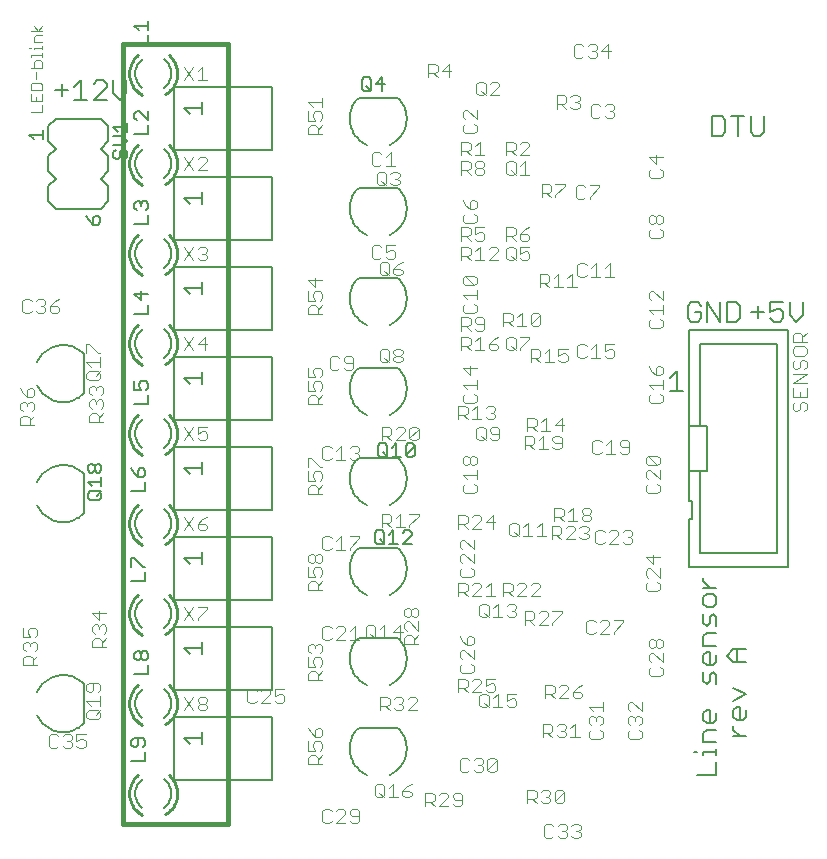
<source format=gto>
G75*
%MOIN*%
%OFA0B0*%
%FSLAX24Y24*%
%IPPOS*%
%LPD*%
%AMOC8*
5,1,8,0,0,1.08239X$1,22.5*
%
%ADD10C,0.0160*%
%ADD11C,0.0060*%
%ADD12C,0.0030*%
%ADD13C,0.0040*%
%ADD14C,0.0100*%
%ADD15C,0.0050*%
%ADD16C,0.0080*%
D10*
X004180Y001180D02*
X007680Y001180D01*
X007680Y027180D01*
X004180Y027180D01*
X004180Y001180D01*
D11*
X004580Y002180D02*
X004582Y002227D01*
X004588Y002275D01*
X004597Y002321D01*
X004610Y002367D01*
X004626Y002411D01*
X004647Y002455D01*
X004670Y002496D01*
X004696Y002535D01*
X004726Y002572D01*
X004759Y002607D01*
X004794Y002639D01*
X004831Y002668D01*
X005780Y002180D02*
X005778Y002135D01*
X005773Y002089D01*
X005765Y002045D01*
X005753Y002001D01*
X005737Y001958D01*
X005719Y001916D01*
X005697Y001876D01*
X005673Y001838D01*
X005646Y001802D01*
X005616Y001767D01*
X005583Y001736D01*
X005548Y001706D01*
X005780Y002180D02*
X005778Y002225D01*
X005773Y002271D01*
X005765Y002315D01*
X005753Y002359D01*
X005737Y002402D01*
X005719Y002444D01*
X005697Y002484D01*
X005673Y002522D01*
X005646Y002558D01*
X005616Y002593D01*
X005583Y002624D01*
X005548Y002654D01*
X004580Y002180D02*
X004582Y002134D01*
X004587Y002088D01*
X004596Y002042D01*
X004608Y001997D01*
X004624Y001954D01*
X004643Y001912D01*
X004666Y001871D01*
X004691Y001832D01*
X004719Y001796D01*
X004750Y001761D01*
X004784Y001729D01*
X004820Y001700D01*
X002880Y004538D02*
X002880Y005822D01*
X002880Y004538D02*
X002837Y004494D01*
X002792Y004454D01*
X002744Y004416D01*
X002694Y004381D01*
X002642Y004350D01*
X002588Y004322D01*
X002532Y004298D01*
X002475Y004277D01*
X002417Y004260D01*
X002357Y004247D01*
X002297Y004237D01*
X002237Y004232D01*
X002176Y004230D01*
X002115Y004232D01*
X002054Y004238D01*
X001994Y004248D01*
X001935Y004262D01*
X001877Y004280D01*
X001820Y004301D01*
X001764Y004326D01*
X001711Y004354D01*
X001659Y004386D01*
X001609Y004421D01*
X001561Y004459D01*
X001517Y004500D01*
X001474Y004544D01*
X001435Y004590D01*
X001399Y004639D01*
X001366Y004690D01*
X001336Y004744D01*
X001310Y004798D01*
X001310Y005562D02*
X001336Y005616D01*
X001366Y005670D01*
X001399Y005721D01*
X001435Y005770D01*
X001474Y005816D01*
X001517Y005860D01*
X001561Y005901D01*
X001609Y005939D01*
X001659Y005974D01*
X001711Y006006D01*
X001764Y006034D01*
X001820Y006059D01*
X001877Y006080D01*
X001935Y006098D01*
X001994Y006112D01*
X002054Y006122D01*
X002115Y006128D01*
X002176Y006130D01*
X002237Y006128D01*
X002297Y006123D01*
X002357Y006113D01*
X002417Y006100D01*
X002475Y006083D01*
X002532Y006062D01*
X002588Y006038D01*
X002642Y006010D01*
X002694Y005979D01*
X002744Y005944D01*
X002792Y005906D01*
X002837Y005866D01*
X002880Y005822D01*
X005548Y004706D02*
X005583Y004736D01*
X005616Y004767D01*
X005646Y004802D01*
X005673Y004838D01*
X005697Y004876D01*
X005719Y004916D01*
X005737Y004958D01*
X005753Y005001D01*
X005765Y005045D01*
X005773Y005089D01*
X005778Y005135D01*
X005780Y005180D01*
X004820Y004700D02*
X004784Y004729D01*
X004750Y004761D01*
X004719Y004796D01*
X004691Y004832D01*
X004666Y004871D01*
X004643Y004912D01*
X004624Y004954D01*
X004608Y004997D01*
X004596Y005042D01*
X004587Y005088D01*
X004582Y005134D01*
X004580Y005180D01*
X005548Y005654D02*
X005583Y005624D01*
X005616Y005593D01*
X005646Y005558D01*
X005673Y005522D01*
X005697Y005484D01*
X005719Y005444D01*
X005737Y005402D01*
X005753Y005359D01*
X005765Y005315D01*
X005773Y005271D01*
X005778Y005225D01*
X005780Y005180D01*
X004831Y005668D02*
X004794Y005639D01*
X004759Y005607D01*
X004726Y005572D01*
X004696Y005535D01*
X004670Y005496D01*
X004647Y005455D01*
X004626Y005411D01*
X004610Y005367D01*
X004597Y005321D01*
X004588Y005275D01*
X004582Y005227D01*
X004580Y005180D01*
X004580Y008180D02*
X004582Y008227D01*
X004588Y008275D01*
X004597Y008321D01*
X004610Y008367D01*
X004626Y008411D01*
X004647Y008455D01*
X004670Y008496D01*
X004696Y008535D01*
X004726Y008572D01*
X004759Y008607D01*
X004794Y008639D01*
X004831Y008668D01*
X005780Y008180D02*
X005778Y008135D01*
X005773Y008089D01*
X005765Y008045D01*
X005753Y008001D01*
X005737Y007958D01*
X005719Y007916D01*
X005697Y007876D01*
X005673Y007838D01*
X005646Y007802D01*
X005616Y007767D01*
X005583Y007736D01*
X005548Y007706D01*
X005780Y008180D02*
X005778Y008225D01*
X005773Y008271D01*
X005765Y008315D01*
X005753Y008359D01*
X005737Y008402D01*
X005719Y008444D01*
X005697Y008484D01*
X005673Y008522D01*
X005646Y008558D01*
X005616Y008593D01*
X005583Y008624D01*
X005548Y008654D01*
X004580Y008180D02*
X004582Y008134D01*
X004587Y008088D01*
X004596Y008042D01*
X004608Y007997D01*
X004624Y007954D01*
X004643Y007912D01*
X004666Y007871D01*
X004691Y007832D01*
X004719Y007796D01*
X004750Y007761D01*
X004784Y007729D01*
X004820Y007700D01*
X004580Y011180D02*
X004582Y011227D01*
X004588Y011275D01*
X004597Y011321D01*
X004610Y011367D01*
X004626Y011411D01*
X004647Y011455D01*
X004670Y011496D01*
X004696Y011535D01*
X004726Y011572D01*
X004759Y011607D01*
X004794Y011639D01*
X004831Y011668D01*
X005780Y011180D02*
X005778Y011135D01*
X005773Y011089D01*
X005765Y011045D01*
X005753Y011001D01*
X005737Y010958D01*
X005719Y010916D01*
X005697Y010876D01*
X005673Y010838D01*
X005646Y010802D01*
X005616Y010767D01*
X005583Y010736D01*
X005548Y010706D01*
X005780Y011180D02*
X005778Y011225D01*
X005773Y011271D01*
X005765Y011315D01*
X005753Y011359D01*
X005737Y011402D01*
X005719Y011444D01*
X005697Y011484D01*
X005673Y011522D01*
X005646Y011558D01*
X005616Y011593D01*
X005583Y011624D01*
X005548Y011654D01*
X004580Y011180D02*
X004582Y011134D01*
X004587Y011088D01*
X004596Y011042D01*
X004608Y010997D01*
X004624Y010954D01*
X004643Y010912D01*
X004666Y010871D01*
X004691Y010832D01*
X004719Y010796D01*
X004750Y010761D01*
X004784Y010729D01*
X004820Y010700D01*
X002880Y011538D02*
X002880Y012822D01*
X002880Y011538D02*
X002837Y011494D01*
X002792Y011454D01*
X002744Y011416D01*
X002694Y011381D01*
X002642Y011350D01*
X002588Y011322D01*
X002532Y011298D01*
X002475Y011277D01*
X002417Y011260D01*
X002357Y011247D01*
X002297Y011237D01*
X002237Y011232D01*
X002176Y011230D01*
X002115Y011232D01*
X002054Y011238D01*
X001994Y011248D01*
X001935Y011262D01*
X001877Y011280D01*
X001820Y011301D01*
X001764Y011326D01*
X001711Y011354D01*
X001659Y011386D01*
X001609Y011421D01*
X001561Y011459D01*
X001517Y011500D01*
X001474Y011544D01*
X001435Y011590D01*
X001399Y011639D01*
X001366Y011690D01*
X001336Y011744D01*
X001310Y011798D01*
X001310Y012562D02*
X001336Y012616D01*
X001366Y012670D01*
X001399Y012721D01*
X001435Y012770D01*
X001474Y012816D01*
X001517Y012860D01*
X001561Y012901D01*
X001609Y012939D01*
X001659Y012974D01*
X001711Y013006D01*
X001764Y013034D01*
X001820Y013059D01*
X001877Y013080D01*
X001935Y013098D01*
X001994Y013112D01*
X002054Y013122D01*
X002115Y013128D01*
X002176Y013130D01*
X002237Y013128D01*
X002297Y013123D01*
X002357Y013113D01*
X002417Y013100D01*
X002475Y013083D01*
X002532Y013062D01*
X002588Y013038D01*
X002642Y013010D01*
X002694Y012979D01*
X002744Y012944D01*
X002792Y012906D01*
X002837Y012866D01*
X002880Y012822D01*
X004580Y014180D02*
X004582Y014227D01*
X004588Y014275D01*
X004597Y014321D01*
X004610Y014367D01*
X004626Y014411D01*
X004647Y014455D01*
X004670Y014496D01*
X004696Y014535D01*
X004726Y014572D01*
X004759Y014607D01*
X004794Y014639D01*
X004831Y014668D01*
X005780Y014180D02*
X005778Y014135D01*
X005773Y014089D01*
X005765Y014045D01*
X005753Y014001D01*
X005737Y013958D01*
X005719Y013916D01*
X005697Y013876D01*
X005673Y013838D01*
X005646Y013802D01*
X005616Y013767D01*
X005583Y013736D01*
X005548Y013706D01*
X005780Y014180D02*
X005778Y014225D01*
X005773Y014271D01*
X005765Y014315D01*
X005753Y014359D01*
X005737Y014402D01*
X005719Y014444D01*
X005697Y014484D01*
X005673Y014522D01*
X005646Y014558D01*
X005616Y014593D01*
X005583Y014624D01*
X005548Y014654D01*
X004580Y014180D02*
X004582Y014134D01*
X004587Y014088D01*
X004596Y014042D01*
X004608Y013997D01*
X004624Y013954D01*
X004643Y013912D01*
X004666Y013871D01*
X004691Y013832D01*
X004719Y013796D01*
X004750Y013761D01*
X004784Y013729D01*
X004820Y013700D01*
X002880Y015538D02*
X002880Y016822D01*
X002880Y015538D02*
X002837Y015494D01*
X002792Y015454D01*
X002744Y015416D01*
X002694Y015381D01*
X002642Y015350D01*
X002588Y015322D01*
X002532Y015298D01*
X002475Y015277D01*
X002417Y015260D01*
X002357Y015247D01*
X002297Y015237D01*
X002237Y015232D01*
X002176Y015230D01*
X002115Y015232D01*
X002054Y015238D01*
X001994Y015248D01*
X001935Y015262D01*
X001877Y015280D01*
X001820Y015301D01*
X001764Y015326D01*
X001711Y015354D01*
X001659Y015386D01*
X001609Y015421D01*
X001561Y015459D01*
X001517Y015500D01*
X001474Y015544D01*
X001435Y015590D01*
X001399Y015639D01*
X001366Y015690D01*
X001336Y015744D01*
X001310Y015798D01*
X001310Y016562D02*
X001336Y016616D01*
X001366Y016670D01*
X001399Y016721D01*
X001435Y016770D01*
X001474Y016816D01*
X001517Y016860D01*
X001561Y016901D01*
X001609Y016939D01*
X001659Y016974D01*
X001711Y017006D01*
X001764Y017034D01*
X001820Y017059D01*
X001877Y017080D01*
X001935Y017098D01*
X001994Y017112D01*
X002054Y017122D01*
X002115Y017128D01*
X002176Y017130D01*
X002237Y017128D01*
X002297Y017123D01*
X002357Y017113D01*
X002417Y017100D01*
X002475Y017083D01*
X002532Y017062D01*
X002588Y017038D01*
X002642Y017010D01*
X002694Y016979D01*
X002744Y016944D01*
X002792Y016906D01*
X002837Y016866D01*
X002880Y016822D01*
X005548Y017654D02*
X005583Y017624D01*
X005616Y017593D01*
X005646Y017558D01*
X005673Y017522D01*
X005697Y017484D01*
X005719Y017444D01*
X005737Y017402D01*
X005753Y017359D01*
X005765Y017315D01*
X005773Y017271D01*
X005778Y017225D01*
X005780Y017180D01*
X004820Y016700D02*
X004784Y016729D01*
X004750Y016761D01*
X004719Y016796D01*
X004691Y016832D01*
X004666Y016871D01*
X004643Y016912D01*
X004624Y016954D01*
X004608Y016997D01*
X004596Y017042D01*
X004587Y017088D01*
X004582Y017134D01*
X004580Y017180D01*
X005548Y016706D02*
X005583Y016736D01*
X005616Y016767D01*
X005646Y016802D01*
X005673Y016838D01*
X005697Y016876D01*
X005719Y016916D01*
X005737Y016958D01*
X005753Y017001D01*
X005765Y017045D01*
X005773Y017089D01*
X005778Y017135D01*
X005780Y017180D01*
X004831Y017668D02*
X004794Y017639D01*
X004759Y017607D01*
X004726Y017572D01*
X004696Y017535D01*
X004670Y017496D01*
X004647Y017455D01*
X004626Y017411D01*
X004610Y017367D01*
X004597Y017321D01*
X004588Y017275D01*
X004582Y017227D01*
X004580Y017180D01*
X004580Y020180D02*
X004582Y020227D01*
X004588Y020275D01*
X004597Y020321D01*
X004610Y020367D01*
X004626Y020411D01*
X004647Y020455D01*
X004670Y020496D01*
X004696Y020535D01*
X004726Y020572D01*
X004759Y020607D01*
X004794Y020639D01*
X004831Y020668D01*
X005780Y020180D02*
X005778Y020135D01*
X005773Y020089D01*
X005765Y020045D01*
X005753Y020001D01*
X005737Y019958D01*
X005719Y019916D01*
X005697Y019876D01*
X005673Y019838D01*
X005646Y019802D01*
X005616Y019767D01*
X005583Y019736D01*
X005548Y019706D01*
X005780Y020180D02*
X005778Y020225D01*
X005773Y020271D01*
X005765Y020315D01*
X005753Y020359D01*
X005737Y020402D01*
X005719Y020444D01*
X005697Y020484D01*
X005673Y020522D01*
X005646Y020558D01*
X005616Y020593D01*
X005583Y020624D01*
X005548Y020654D01*
X004580Y020180D02*
X004582Y020134D01*
X004587Y020088D01*
X004596Y020042D01*
X004608Y019997D01*
X004624Y019954D01*
X004643Y019912D01*
X004666Y019871D01*
X004691Y019832D01*
X004719Y019796D01*
X004750Y019761D01*
X004784Y019729D01*
X004820Y019700D01*
X003430Y021680D02*
X001930Y021680D01*
X001680Y021930D01*
X001680Y022430D01*
X001930Y022680D01*
X001680Y022930D01*
X001680Y023430D01*
X001930Y023680D01*
X001680Y023930D01*
X001680Y024430D01*
X001930Y024680D01*
X003430Y024680D01*
X003680Y024430D01*
X003680Y023930D01*
X003430Y023680D01*
X003680Y023430D01*
X003680Y022930D01*
X003430Y022680D01*
X003680Y022430D01*
X003680Y021930D01*
X003430Y021680D01*
X004580Y023180D02*
X004582Y023227D01*
X004588Y023275D01*
X004597Y023321D01*
X004610Y023367D01*
X004626Y023411D01*
X004647Y023455D01*
X004670Y023496D01*
X004696Y023535D01*
X004726Y023572D01*
X004759Y023607D01*
X004794Y023639D01*
X004831Y023668D01*
X005780Y023180D02*
X005778Y023135D01*
X005773Y023089D01*
X005765Y023045D01*
X005753Y023001D01*
X005737Y022958D01*
X005719Y022916D01*
X005697Y022876D01*
X005673Y022838D01*
X005646Y022802D01*
X005616Y022767D01*
X005583Y022736D01*
X005548Y022706D01*
X005780Y023180D02*
X005778Y023225D01*
X005773Y023271D01*
X005765Y023315D01*
X005753Y023359D01*
X005737Y023402D01*
X005719Y023444D01*
X005697Y023484D01*
X005673Y023522D01*
X005646Y023558D01*
X005616Y023593D01*
X005583Y023624D01*
X005548Y023654D01*
X004580Y023180D02*
X004582Y023134D01*
X004587Y023088D01*
X004596Y023042D01*
X004608Y022997D01*
X004624Y022954D01*
X004643Y022912D01*
X004666Y022871D01*
X004691Y022832D01*
X004719Y022796D01*
X004750Y022761D01*
X004784Y022729D01*
X004820Y022700D01*
X004057Y025310D02*
X004271Y025524D01*
X004271Y025951D01*
X003844Y025951D02*
X003844Y025524D01*
X004057Y025310D01*
X003626Y025310D02*
X003199Y025310D01*
X003626Y025737D01*
X003626Y025844D01*
X003519Y025951D01*
X003306Y025951D01*
X003199Y025844D01*
X002768Y025951D02*
X002768Y025310D01*
X002555Y025310D02*
X002982Y025310D01*
X002555Y025737D02*
X002768Y025951D01*
X002337Y025630D02*
X001910Y025630D01*
X002124Y025417D02*
X002124Y025844D01*
X005548Y026654D02*
X005583Y026624D01*
X005616Y026593D01*
X005646Y026558D01*
X005673Y026522D01*
X005697Y026484D01*
X005719Y026444D01*
X005737Y026402D01*
X005753Y026359D01*
X005765Y026315D01*
X005773Y026271D01*
X005778Y026225D01*
X005780Y026180D01*
X004820Y025700D02*
X004784Y025729D01*
X004750Y025761D01*
X004719Y025796D01*
X004691Y025832D01*
X004666Y025871D01*
X004643Y025912D01*
X004624Y025954D01*
X004608Y025997D01*
X004596Y026042D01*
X004587Y026088D01*
X004582Y026134D01*
X004580Y026180D01*
X005548Y025706D02*
X005583Y025736D01*
X005616Y025767D01*
X005646Y025802D01*
X005673Y025838D01*
X005697Y025876D01*
X005719Y025916D01*
X005737Y025958D01*
X005753Y026001D01*
X005765Y026045D01*
X005773Y026089D01*
X005778Y026135D01*
X005780Y026180D01*
X004831Y026668D02*
X004794Y026639D01*
X004759Y026607D01*
X004726Y026572D01*
X004696Y026535D01*
X004670Y026496D01*
X004647Y026455D01*
X004626Y026411D01*
X004610Y026367D01*
X004597Y026321D01*
X004588Y026275D01*
X004582Y026227D01*
X004580Y026180D01*
X012038Y025380D02*
X013322Y025380D01*
X012038Y025380D02*
X011994Y025337D01*
X011954Y025292D01*
X011916Y025244D01*
X011881Y025194D01*
X011850Y025142D01*
X011822Y025088D01*
X011798Y025032D01*
X011777Y024975D01*
X011760Y024917D01*
X011747Y024857D01*
X011737Y024797D01*
X011732Y024737D01*
X011730Y024676D01*
X011732Y024615D01*
X011738Y024554D01*
X011748Y024494D01*
X011762Y024435D01*
X011780Y024377D01*
X011801Y024320D01*
X011826Y024264D01*
X011854Y024211D01*
X011886Y024159D01*
X011921Y024109D01*
X011959Y024061D01*
X012000Y024017D01*
X012044Y023974D01*
X012090Y023935D01*
X012139Y023899D01*
X012190Y023866D01*
X012244Y023836D01*
X012298Y023810D01*
X013062Y023810D02*
X013116Y023836D01*
X013170Y023866D01*
X013221Y023899D01*
X013270Y023935D01*
X013316Y023974D01*
X013360Y024017D01*
X013401Y024061D01*
X013439Y024109D01*
X013474Y024159D01*
X013506Y024211D01*
X013534Y024264D01*
X013559Y024320D01*
X013580Y024377D01*
X013598Y024435D01*
X013612Y024494D01*
X013622Y024554D01*
X013628Y024615D01*
X013630Y024676D01*
X013628Y024737D01*
X013623Y024797D01*
X013613Y024857D01*
X013600Y024917D01*
X013583Y024975D01*
X013562Y025032D01*
X013538Y025088D01*
X013510Y025142D01*
X013479Y025194D01*
X013444Y025244D01*
X013406Y025292D01*
X013366Y025337D01*
X013322Y025380D01*
X013322Y022380D02*
X012038Y022380D01*
X013322Y022380D02*
X013366Y022337D01*
X013406Y022292D01*
X013444Y022244D01*
X013479Y022194D01*
X013510Y022142D01*
X013538Y022088D01*
X013562Y022032D01*
X013583Y021975D01*
X013600Y021917D01*
X013613Y021857D01*
X013623Y021797D01*
X013628Y021737D01*
X013630Y021676D01*
X013628Y021615D01*
X013622Y021554D01*
X013612Y021494D01*
X013598Y021435D01*
X013580Y021377D01*
X013559Y021320D01*
X013534Y021264D01*
X013506Y021211D01*
X013474Y021159D01*
X013439Y021109D01*
X013401Y021061D01*
X013360Y021017D01*
X013316Y020974D01*
X013270Y020935D01*
X013221Y020899D01*
X013170Y020866D01*
X013116Y020836D01*
X013062Y020810D01*
X012298Y020810D02*
X012244Y020836D01*
X012190Y020866D01*
X012139Y020899D01*
X012090Y020935D01*
X012044Y020974D01*
X012000Y021017D01*
X011959Y021061D01*
X011921Y021109D01*
X011886Y021159D01*
X011854Y021211D01*
X011826Y021264D01*
X011801Y021320D01*
X011780Y021377D01*
X011762Y021435D01*
X011748Y021494D01*
X011738Y021554D01*
X011732Y021615D01*
X011730Y021676D01*
X011732Y021737D01*
X011737Y021797D01*
X011747Y021857D01*
X011760Y021917D01*
X011777Y021975D01*
X011798Y022032D01*
X011822Y022088D01*
X011850Y022142D01*
X011881Y022194D01*
X011916Y022244D01*
X011954Y022292D01*
X011994Y022337D01*
X012038Y022380D01*
X012038Y019380D02*
X013322Y019380D01*
X012038Y019380D02*
X011994Y019337D01*
X011954Y019292D01*
X011916Y019244D01*
X011881Y019194D01*
X011850Y019142D01*
X011822Y019088D01*
X011798Y019032D01*
X011777Y018975D01*
X011760Y018917D01*
X011747Y018857D01*
X011737Y018797D01*
X011732Y018737D01*
X011730Y018676D01*
X011732Y018615D01*
X011738Y018554D01*
X011748Y018494D01*
X011762Y018435D01*
X011780Y018377D01*
X011801Y018320D01*
X011826Y018264D01*
X011854Y018211D01*
X011886Y018159D01*
X011921Y018109D01*
X011959Y018061D01*
X012000Y018017D01*
X012044Y017974D01*
X012090Y017935D01*
X012139Y017899D01*
X012190Y017866D01*
X012244Y017836D01*
X012298Y017810D01*
X013062Y017810D02*
X013116Y017836D01*
X013170Y017866D01*
X013221Y017899D01*
X013270Y017935D01*
X013316Y017974D01*
X013360Y018017D01*
X013401Y018061D01*
X013439Y018109D01*
X013474Y018159D01*
X013506Y018211D01*
X013534Y018264D01*
X013559Y018320D01*
X013580Y018377D01*
X013598Y018435D01*
X013612Y018494D01*
X013622Y018554D01*
X013628Y018615D01*
X013630Y018676D01*
X013628Y018737D01*
X013623Y018797D01*
X013613Y018857D01*
X013600Y018917D01*
X013583Y018975D01*
X013562Y019032D01*
X013538Y019088D01*
X013510Y019142D01*
X013479Y019194D01*
X013444Y019244D01*
X013406Y019292D01*
X013366Y019337D01*
X013322Y019380D01*
X013322Y016380D02*
X012038Y016380D01*
X013322Y016380D02*
X013366Y016337D01*
X013406Y016292D01*
X013444Y016244D01*
X013479Y016194D01*
X013510Y016142D01*
X013538Y016088D01*
X013562Y016032D01*
X013583Y015975D01*
X013600Y015917D01*
X013613Y015857D01*
X013623Y015797D01*
X013628Y015737D01*
X013630Y015676D01*
X013628Y015615D01*
X013622Y015554D01*
X013612Y015494D01*
X013598Y015435D01*
X013580Y015377D01*
X013559Y015320D01*
X013534Y015264D01*
X013506Y015211D01*
X013474Y015159D01*
X013439Y015109D01*
X013401Y015061D01*
X013360Y015017D01*
X013316Y014974D01*
X013270Y014935D01*
X013221Y014899D01*
X013170Y014866D01*
X013116Y014836D01*
X013062Y014810D01*
X012298Y014810D02*
X012244Y014836D01*
X012190Y014866D01*
X012139Y014899D01*
X012090Y014935D01*
X012044Y014974D01*
X012000Y015017D01*
X011959Y015061D01*
X011921Y015109D01*
X011886Y015159D01*
X011854Y015211D01*
X011826Y015264D01*
X011801Y015320D01*
X011780Y015377D01*
X011762Y015435D01*
X011748Y015494D01*
X011738Y015554D01*
X011732Y015615D01*
X011730Y015676D01*
X011732Y015737D01*
X011737Y015797D01*
X011747Y015857D01*
X011760Y015917D01*
X011777Y015975D01*
X011798Y016032D01*
X011822Y016088D01*
X011850Y016142D01*
X011881Y016194D01*
X011916Y016244D01*
X011954Y016292D01*
X011994Y016337D01*
X012038Y016380D01*
X012038Y013380D02*
X013322Y013380D01*
X012038Y013380D02*
X011994Y013337D01*
X011954Y013292D01*
X011916Y013244D01*
X011881Y013194D01*
X011850Y013142D01*
X011822Y013088D01*
X011798Y013032D01*
X011777Y012975D01*
X011760Y012917D01*
X011747Y012857D01*
X011737Y012797D01*
X011732Y012737D01*
X011730Y012676D01*
X011732Y012615D01*
X011738Y012554D01*
X011748Y012494D01*
X011762Y012435D01*
X011780Y012377D01*
X011801Y012320D01*
X011826Y012264D01*
X011854Y012211D01*
X011886Y012159D01*
X011921Y012109D01*
X011959Y012061D01*
X012000Y012017D01*
X012044Y011974D01*
X012090Y011935D01*
X012139Y011899D01*
X012190Y011866D01*
X012244Y011836D01*
X012298Y011810D01*
X013062Y011810D02*
X013116Y011836D01*
X013170Y011866D01*
X013221Y011899D01*
X013270Y011935D01*
X013316Y011974D01*
X013360Y012017D01*
X013401Y012061D01*
X013439Y012109D01*
X013474Y012159D01*
X013506Y012211D01*
X013534Y012264D01*
X013559Y012320D01*
X013580Y012377D01*
X013598Y012435D01*
X013612Y012494D01*
X013622Y012554D01*
X013628Y012615D01*
X013630Y012676D01*
X013628Y012737D01*
X013623Y012797D01*
X013613Y012857D01*
X013600Y012917D01*
X013583Y012975D01*
X013562Y013032D01*
X013538Y013088D01*
X013510Y013142D01*
X013479Y013194D01*
X013444Y013244D01*
X013406Y013292D01*
X013366Y013337D01*
X013322Y013380D01*
X013322Y010380D02*
X012038Y010380D01*
X013322Y010380D02*
X013366Y010337D01*
X013406Y010292D01*
X013444Y010244D01*
X013479Y010194D01*
X013510Y010142D01*
X013538Y010088D01*
X013562Y010032D01*
X013583Y009975D01*
X013600Y009917D01*
X013613Y009857D01*
X013623Y009797D01*
X013628Y009737D01*
X013630Y009676D01*
X013628Y009615D01*
X013622Y009554D01*
X013612Y009494D01*
X013598Y009435D01*
X013580Y009377D01*
X013559Y009320D01*
X013534Y009264D01*
X013506Y009211D01*
X013474Y009159D01*
X013439Y009109D01*
X013401Y009061D01*
X013360Y009017D01*
X013316Y008974D01*
X013270Y008935D01*
X013221Y008899D01*
X013170Y008866D01*
X013116Y008836D01*
X013062Y008810D01*
X012298Y008810D02*
X012244Y008836D01*
X012190Y008866D01*
X012139Y008899D01*
X012090Y008935D01*
X012044Y008974D01*
X012000Y009017D01*
X011959Y009061D01*
X011921Y009109D01*
X011886Y009159D01*
X011854Y009211D01*
X011826Y009264D01*
X011801Y009320D01*
X011780Y009377D01*
X011762Y009435D01*
X011748Y009494D01*
X011738Y009554D01*
X011732Y009615D01*
X011730Y009676D01*
X011732Y009737D01*
X011737Y009797D01*
X011747Y009857D01*
X011760Y009917D01*
X011777Y009975D01*
X011798Y010032D01*
X011822Y010088D01*
X011850Y010142D01*
X011881Y010194D01*
X011916Y010244D01*
X011954Y010292D01*
X011994Y010337D01*
X012038Y010380D01*
X012038Y007380D02*
X013322Y007380D01*
X012038Y007380D02*
X011994Y007337D01*
X011954Y007292D01*
X011916Y007244D01*
X011881Y007194D01*
X011850Y007142D01*
X011822Y007088D01*
X011798Y007032D01*
X011777Y006975D01*
X011760Y006917D01*
X011747Y006857D01*
X011737Y006797D01*
X011732Y006737D01*
X011730Y006676D01*
X011732Y006615D01*
X011738Y006554D01*
X011748Y006494D01*
X011762Y006435D01*
X011780Y006377D01*
X011801Y006320D01*
X011826Y006264D01*
X011854Y006211D01*
X011886Y006159D01*
X011921Y006109D01*
X011959Y006061D01*
X012000Y006017D01*
X012044Y005974D01*
X012090Y005935D01*
X012139Y005899D01*
X012190Y005866D01*
X012244Y005836D01*
X012298Y005810D01*
X013062Y005810D02*
X013116Y005836D01*
X013170Y005866D01*
X013221Y005899D01*
X013270Y005935D01*
X013316Y005974D01*
X013360Y006017D01*
X013401Y006061D01*
X013439Y006109D01*
X013474Y006159D01*
X013506Y006211D01*
X013534Y006264D01*
X013559Y006320D01*
X013580Y006377D01*
X013598Y006435D01*
X013612Y006494D01*
X013622Y006554D01*
X013628Y006615D01*
X013630Y006676D01*
X013628Y006737D01*
X013623Y006797D01*
X013613Y006857D01*
X013600Y006917D01*
X013583Y006975D01*
X013562Y007032D01*
X013538Y007088D01*
X013510Y007142D01*
X013479Y007194D01*
X013444Y007244D01*
X013406Y007292D01*
X013366Y007337D01*
X013322Y007380D01*
X013322Y004380D02*
X012038Y004380D01*
X013322Y004380D02*
X013366Y004337D01*
X013406Y004292D01*
X013444Y004244D01*
X013479Y004194D01*
X013510Y004142D01*
X013538Y004088D01*
X013562Y004032D01*
X013583Y003975D01*
X013600Y003917D01*
X013613Y003857D01*
X013623Y003797D01*
X013628Y003737D01*
X013630Y003676D01*
X013628Y003615D01*
X013622Y003554D01*
X013612Y003494D01*
X013598Y003435D01*
X013580Y003377D01*
X013559Y003320D01*
X013534Y003264D01*
X013506Y003211D01*
X013474Y003159D01*
X013439Y003109D01*
X013401Y003061D01*
X013360Y003017D01*
X013316Y002974D01*
X013270Y002935D01*
X013221Y002899D01*
X013170Y002866D01*
X013116Y002836D01*
X013062Y002810D01*
X012298Y002810D02*
X012244Y002836D01*
X012190Y002866D01*
X012139Y002899D01*
X012090Y002935D01*
X012044Y002974D01*
X012000Y003017D01*
X011959Y003061D01*
X011921Y003109D01*
X011886Y003159D01*
X011854Y003211D01*
X011826Y003264D01*
X011801Y003320D01*
X011780Y003377D01*
X011762Y003435D01*
X011748Y003494D01*
X011738Y003554D01*
X011732Y003615D01*
X011730Y003676D01*
X011732Y003737D01*
X011737Y003797D01*
X011747Y003857D01*
X011760Y003917D01*
X011777Y003975D01*
X011798Y004032D01*
X011822Y004088D01*
X011850Y004142D01*
X011881Y004194D01*
X011916Y004244D01*
X011954Y004292D01*
X011994Y004337D01*
X012038Y004380D01*
X022410Y015610D02*
X022837Y015610D01*
X022624Y015610D02*
X022624Y016251D01*
X022410Y016037D01*
X023117Y017910D02*
X023330Y017910D01*
X023437Y018017D01*
X023437Y018230D01*
X023224Y018230D01*
X023437Y018444D02*
X023330Y018551D01*
X023117Y018551D01*
X023010Y018444D01*
X023010Y018017D01*
X023117Y017910D01*
X023655Y017910D02*
X023655Y018551D01*
X024082Y017910D01*
X024082Y018551D01*
X024299Y018551D02*
X024619Y018551D01*
X024726Y018444D01*
X024726Y018017D01*
X024619Y017910D01*
X024299Y017910D01*
X024299Y018551D01*
X025110Y018230D02*
X025537Y018230D01*
X025755Y018230D02*
X025755Y018551D01*
X026182Y018551D01*
X026399Y018551D02*
X026399Y018124D01*
X026613Y017910D01*
X026826Y018124D01*
X026826Y018551D01*
X026182Y018230D02*
X026182Y018017D01*
X026075Y017910D01*
X025861Y017910D01*
X025755Y018017D01*
X025755Y018230D02*
X025968Y018337D01*
X026075Y018337D01*
X026182Y018230D01*
X025324Y018444D02*
X025324Y018017D01*
X025419Y024110D02*
X025206Y024110D01*
X025099Y024217D01*
X025099Y024751D01*
X024882Y024751D02*
X024455Y024751D01*
X024668Y024751D02*
X024668Y024110D01*
X024237Y024217D02*
X024237Y024644D01*
X024130Y024751D01*
X023810Y024751D01*
X023810Y024110D01*
X024130Y024110D01*
X024237Y024217D01*
X025419Y024110D02*
X025526Y024217D01*
X025526Y024751D01*
X023523Y009361D02*
X023523Y009254D01*
X023736Y009041D01*
X023523Y009041D02*
X023950Y009041D01*
X023843Y008823D02*
X023630Y008823D01*
X023523Y008716D01*
X023523Y008503D01*
X023630Y008396D01*
X023843Y008396D01*
X023950Y008503D01*
X023950Y008716D01*
X023843Y008823D01*
X023843Y008179D02*
X023736Y008072D01*
X023736Y007858D01*
X023630Y007752D01*
X023523Y007858D01*
X023523Y008179D01*
X023843Y008179D02*
X023950Y008072D01*
X023950Y007752D01*
X023950Y007534D02*
X023630Y007534D01*
X023523Y007427D01*
X023523Y007107D01*
X023950Y007107D01*
X023736Y006889D02*
X023630Y006889D01*
X023523Y006783D01*
X023523Y006569D01*
X023630Y006462D01*
X023843Y006462D01*
X023950Y006569D01*
X023950Y006783D01*
X023736Y006889D02*
X023736Y006462D01*
X023843Y006245D02*
X023736Y006138D01*
X023736Y005925D01*
X023630Y005818D01*
X023523Y005925D01*
X023523Y006245D01*
X023843Y006245D02*
X023950Y006138D01*
X023950Y005818D01*
X024523Y005703D02*
X024950Y005490D01*
X024523Y005276D01*
X024630Y005059D02*
X024736Y005059D01*
X024736Y004632D01*
X024630Y004632D02*
X024523Y004739D01*
X024523Y004952D01*
X024630Y005059D01*
X024950Y004952D02*
X024950Y004739D01*
X024843Y004632D01*
X024630Y004632D01*
X024523Y004415D02*
X024523Y004308D01*
X024736Y004095D01*
X024523Y004095D02*
X024950Y004095D01*
X023950Y003884D02*
X023523Y003884D01*
X023523Y004205D01*
X023630Y004311D01*
X023950Y004311D01*
X023843Y004529D02*
X023630Y004529D01*
X023523Y004636D01*
X023523Y004849D01*
X023630Y004956D01*
X023736Y004956D01*
X023736Y004529D01*
X023843Y004529D02*
X023950Y004636D01*
X023950Y004849D01*
X023950Y003668D02*
X023950Y003455D01*
X023950Y003561D02*
X023523Y003561D01*
X023523Y003455D01*
X023309Y003561D02*
X023203Y003561D01*
X023950Y003237D02*
X023950Y002810D01*
X023309Y002810D01*
X024523Y006565D02*
X024309Y006779D01*
X024523Y006992D01*
X024950Y006992D01*
X024630Y006992D02*
X024630Y006565D01*
X024523Y006565D02*
X024950Y006565D01*
D12*
X001465Y024895D02*
X001465Y025142D01*
X001465Y025263D02*
X001465Y025510D01*
X001465Y025632D02*
X001465Y025817D01*
X001403Y025879D01*
X001156Y025879D01*
X001095Y025817D01*
X001095Y025632D01*
X001465Y025632D01*
X001280Y025387D02*
X001280Y025263D01*
X001095Y025263D02*
X001465Y025263D01*
X001465Y024895D02*
X001095Y024895D01*
X001095Y025263D02*
X001095Y025510D01*
X001280Y026000D02*
X001280Y026247D01*
X001218Y026368D02*
X001218Y026553D01*
X001280Y026615D01*
X001403Y026615D01*
X001465Y026553D01*
X001465Y026368D01*
X001095Y026368D01*
X001095Y026737D02*
X001095Y026798D01*
X001465Y026798D01*
X001465Y026737D02*
X001465Y026860D01*
X001465Y026982D02*
X001465Y027106D01*
X001465Y027044D02*
X001218Y027044D01*
X001218Y026982D01*
X001095Y027044D02*
X001033Y027044D01*
X001218Y027228D02*
X001218Y027413D01*
X001280Y027475D01*
X001465Y027475D01*
X001465Y027596D02*
X001095Y027596D01*
X001218Y027781D02*
X001342Y027596D01*
X001465Y027781D01*
X001465Y027228D02*
X001218Y027228D01*
D13*
X001777Y003700D02*
X001930Y003700D01*
X002007Y003777D01*
X002160Y003777D02*
X002237Y003700D01*
X002391Y003700D01*
X002467Y003777D01*
X002467Y003853D01*
X002391Y003930D01*
X002314Y003930D01*
X002391Y003930D02*
X002467Y004007D01*
X002467Y004084D01*
X002391Y004160D01*
X002237Y004160D01*
X002160Y004084D01*
X002007Y004084D02*
X001930Y004160D01*
X001777Y004160D01*
X001700Y004084D01*
X001700Y003777D01*
X001777Y003700D01*
X002621Y003777D02*
X002698Y003700D01*
X002851Y003700D01*
X002928Y003777D01*
X002928Y003930D01*
X002851Y004007D01*
X002774Y004007D01*
X002621Y003930D01*
X002621Y004160D01*
X002928Y004160D01*
X003026Y004650D02*
X002950Y004727D01*
X002950Y004880D01*
X003026Y004957D01*
X003333Y004957D01*
X003410Y004880D01*
X003410Y004727D01*
X003333Y004650D01*
X003026Y004650D01*
X003257Y004803D02*
X003410Y004957D01*
X003410Y005110D02*
X003410Y005417D01*
X003410Y005264D02*
X002950Y005264D01*
X003103Y005110D01*
X003103Y005571D02*
X003026Y005571D01*
X002950Y005648D01*
X002950Y005801D01*
X003026Y005878D01*
X003333Y005878D01*
X003410Y005801D01*
X003410Y005648D01*
X003333Y005571D01*
X003180Y005648D02*
X003180Y005878D01*
X003180Y005648D02*
X003103Y005571D01*
X003150Y007050D02*
X003150Y007280D01*
X003226Y007357D01*
X003380Y007357D01*
X003457Y007280D01*
X003457Y007050D01*
X003610Y007050D02*
X003150Y007050D01*
X003457Y007203D02*
X003610Y007357D01*
X003533Y007510D02*
X003610Y007587D01*
X003610Y007741D01*
X003533Y007817D01*
X003457Y007817D01*
X003380Y007741D01*
X003380Y007664D01*
X003380Y007741D02*
X003303Y007817D01*
X003226Y007817D01*
X003150Y007741D01*
X003150Y007587D01*
X003226Y007510D01*
X003380Y007971D02*
X003380Y008278D01*
X003610Y008201D02*
X003150Y008201D01*
X003380Y007971D01*
X001310Y007620D02*
X001310Y007466D01*
X001233Y007390D01*
X001080Y007390D02*
X001003Y007543D01*
X001003Y007620D01*
X001080Y007697D01*
X001233Y007697D01*
X001310Y007620D01*
X001080Y007390D02*
X000850Y007390D01*
X000850Y007697D01*
X000926Y007236D02*
X001003Y007236D01*
X001080Y007159D01*
X001157Y007236D01*
X001233Y007236D01*
X001310Y007159D01*
X001310Y007006D01*
X001233Y006929D01*
X001310Y006776D02*
X001157Y006622D01*
X001157Y006699D02*
X001157Y006469D01*
X001310Y006469D02*
X000850Y006469D01*
X000850Y006699D01*
X000926Y006776D01*
X001080Y006776D01*
X001157Y006699D01*
X000926Y006929D02*
X000850Y007006D01*
X000850Y007159D01*
X000926Y007236D01*
X001080Y007159D02*
X001080Y007083D01*
X006200Y007950D02*
X006507Y008410D01*
X006660Y008410D02*
X006967Y008410D01*
X006967Y008334D01*
X006660Y008027D01*
X006660Y007950D01*
X006507Y007950D02*
X006200Y008410D01*
X006200Y010950D02*
X006507Y011410D01*
X006660Y011180D02*
X006891Y011180D01*
X006967Y011103D01*
X006967Y011027D01*
X006891Y010950D01*
X006737Y010950D01*
X006660Y011027D01*
X006660Y011180D01*
X006814Y011334D01*
X006967Y011410D01*
X006507Y010950D02*
X006200Y011410D01*
X006200Y013950D02*
X006507Y014410D01*
X006660Y014410D02*
X006660Y014180D01*
X006814Y014257D01*
X006891Y014257D01*
X006967Y014180D01*
X006967Y014027D01*
X006891Y013950D01*
X006737Y013950D01*
X006660Y014027D01*
X006507Y013950D02*
X006200Y014410D01*
X006660Y014410D02*
X006967Y014410D01*
X006891Y016950D02*
X006891Y017410D01*
X006660Y017180D01*
X006967Y017180D01*
X006507Y016950D02*
X006200Y017410D01*
X006507Y017410D02*
X006200Y016950D01*
X003410Y016871D02*
X003333Y016871D01*
X003026Y017178D01*
X002950Y017178D01*
X002950Y016871D01*
X002950Y016564D02*
X003410Y016564D01*
X003410Y016717D02*
X003410Y016410D01*
X003410Y016257D02*
X003257Y016103D01*
X003410Y016027D02*
X003333Y015950D01*
X003026Y015950D01*
X002950Y016027D01*
X002950Y016180D01*
X003026Y016257D01*
X003333Y016257D01*
X003410Y016180D01*
X003410Y016027D01*
X003433Y015778D02*
X003510Y015701D01*
X003510Y015548D01*
X003433Y015471D01*
X003433Y015317D02*
X003510Y015241D01*
X003510Y015087D01*
X003433Y015010D01*
X003510Y014857D02*
X003357Y014703D01*
X003357Y014780D02*
X003357Y014550D01*
X003510Y014550D02*
X003050Y014550D01*
X003050Y014780D01*
X003126Y014857D01*
X003280Y014857D01*
X003357Y014780D01*
X003126Y015010D02*
X003050Y015087D01*
X003050Y015241D01*
X003126Y015317D01*
X003203Y015317D01*
X003280Y015241D01*
X003357Y015317D01*
X003433Y015317D01*
X003280Y015241D02*
X003280Y015164D01*
X003126Y015471D02*
X003050Y015548D01*
X003050Y015701D01*
X003126Y015778D01*
X003203Y015778D01*
X003280Y015701D01*
X003357Y015778D01*
X003433Y015778D01*
X003280Y015701D02*
X003280Y015624D01*
X003103Y016410D02*
X002950Y016564D01*
X001970Y018200D02*
X001816Y018200D01*
X001740Y018277D01*
X001740Y018430D01*
X001970Y018430D01*
X002047Y018353D01*
X002047Y018277D01*
X001970Y018200D01*
X001740Y018430D02*
X001893Y018584D01*
X002047Y018660D01*
X001586Y018584D02*
X001586Y018507D01*
X001509Y018430D01*
X001586Y018353D01*
X001586Y018277D01*
X001509Y018200D01*
X001356Y018200D01*
X001279Y018277D01*
X001126Y018277D02*
X001049Y018200D01*
X000896Y018200D01*
X000819Y018277D01*
X000819Y018584D01*
X000896Y018660D01*
X001049Y018660D01*
X001126Y018584D01*
X001279Y018584D02*
X001356Y018660D01*
X001509Y018660D01*
X001586Y018584D01*
X001509Y018430D02*
X001433Y018430D01*
X001133Y015697D02*
X001057Y015697D01*
X000980Y015620D01*
X000980Y015390D01*
X001133Y015390D01*
X001210Y015466D01*
X001210Y015620D01*
X001133Y015697D01*
X000826Y015543D02*
X000980Y015390D01*
X001057Y015236D02*
X001133Y015236D01*
X001210Y015159D01*
X001210Y015006D01*
X001133Y014929D01*
X001210Y014776D02*
X001057Y014622D01*
X001057Y014699D02*
X001057Y014469D01*
X001210Y014469D02*
X000750Y014469D01*
X000750Y014699D01*
X000826Y014776D01*
X000980Y014776D01*
X001057Y014699D01*
X000826Y014929D02*
X000750Y015006D01*
X000750Y015159D01*
X000826Y015236D01*
X000903Y015236D01*
X000980Y015159D01*
X001057Y015236D01*
X000980Y015159D02*
X000980Y015083D01*
X000826Y015543D02*
X000750Y015697D01*
X006200Y019950D02*
X006507Y020410D01*
X006660Y020334D02*
X006737Y020410D01*
X006891Y020410D01*
X006967Y020334D01*
X006967Y020257D01*
X006891Y020180D01*
X006967Y020103D01*
X006967Y020027D01*
X006891Y019950D01*
X006737Y019950D01*
X006660Y020027D01*
X006507Y019950D02*
X006200Y020410D01*
X006814Y020180D02*
X006891Y020180D01*
X006967Y022950D02*
X006660Y022950D01*
X006967Y023257D01*
X006967Y023334D01*
X006891Y023410D01*
X006737Y023410D01*
X006660Y023334D01*
X006507Y023410D02*
X006200Y022950D01*
X006507Y022950D02*
X006200Y023410D01*
X006200Y025950D02*
X006507Y026410D01*
X006660Y026257D02*
X006814Y026410D01*
X006814Y025950D01*
X006967Y025950D02*
X006660Y025950D01*
X006507Y025950D02*
X006200Y026410D01*
X010350Y025224D02*
X010503Y025071D01*
X010580Y024917D02*
X010733Y024917D01*
X010810Y024841D01*
X010810Y024687D01*
X010733Y024610D01*
X010580Y024610D02*
X010503Y024764D01*
X010503Y024841D01*
X010580Y024917D01*
X010350Y024917D02*
X010350Y024610D01*
X010580Y024610D01*
X010580Y024457D02*
X010657Y024380D01*
X010657Y024150D01*
X010810Y024150D02*
X010350Y024150D01*
X010350Y024380D01*
X010426Y024457D01*
X010580Y024457D01*
X010657Y024303D02*
X010810Y024457D01*
X010810Y025071D02*
X010810Y025378D01*
X010810Y025224D02*
X010350Y025224D01*
X012479Y023484D02*
X012479Y023177D01*
X012556Y023100D01*
X012709Y023100D01*
X012786Y023177D01*
X012940Y023100D02*
X013247Y023100D01*
X013093Y023100D02*
X013093Y023560D01*
X012940Y023407D01*
X012786Y023484D02*
X012709Y023560D01*
X012556Y023560D01*
X012479Y023484D01*
X012706Y022910D02*
X012859Y022910D01*
X012936Y022834D01*
X012936Y022527D01*
X012859Y022450D01*
X012706Y022450D01*
X012629Y022527D01*
X012629Y022834D01*
X012706Y022910D01*
X012783Y022603D02*
X012936Y022450D01*
X013090Y022527D02*
X013166Y022450D01*
X013320Y022450D01*
X013397Y022527D01*
X013397Y022603D01*
X013320Y022680D01*
X013243Y022680D01*
X013320Y022680D02*
X013397Y022757D01*
X013397Y022834D01*
X013320Y022910D01*
X013166Y022910D01*
X013090Y022834D01*
X015450Y022800D02*
X015450Y023260D01*
X015680Y023260D01*
X015757Y023184D01*
X015757Y023030D01*
X015680Y022953D01*
X015450Y022953D01*
X015603Y022953D02*
X015757Y022800D01*
X015910Y022877D02*
X015910Y022953D01*
X015987Y023030D01*
X016141Y023030D01*
X016217Y022953D01*
X016217Y022877D01*
X016141Y022800D01*
X015987Y022800D01*
X015910Y022877D01*
X015987Y023030D02*
X015910Y023107D01*
X015910Y023184D01*
X015987Y023260D01*
X016141Y023260D01*
X016217Y023184D01*
X016217Y023107D01*
X016141Y023030D01*
X016217Y023450D02*
X015910Y023450D01*
X015757Y023450D02*
X015603Y023603D01*
X015680Y023603D02*
X015450Y023603D01*
X015450Y023450D02*
X015450Y023910D01*
X015680Y023910D01*
X015757Y023834D01*
X015757Y023680D01*
X015680Y023603D01*
X015910Y023757D02*
X016064Y023910D01*
X016064Y023450D01*
X015883Y024200D02*
X015576Y024200D01*
X015500Y024277D01*
X015500Y024430D01*
X015576Y024507D01*
X015576Y024660D02*
X015500Y024737D01*
X015500Y024891D01*
X015576Y024967D01*
X015653Y024967D01*
X015960Y024660D01*
X015960Y024967D01*
X015883Y024507D02*
X015960Y024430D01*
X015960Y024277D01*
X015883Y024200D01*
X016950Y023910D02*
X016950Y023450D01*
X016950Y023603D02*
X017180Y023603D01*
X017257Y023680D01*
X017257Y023834D01*
X017180Y023910D01*
X016950Y023910D01*
X017103Y023603D02*
X017257Y023450D01*
X017410Y023450D02*
X017717Y023757D01*
X017717Y023834D01*
X017641Y023910D01*
X017487Y023910D01*
X017410Y023834D01*
X017410Y023450D02*
X017717Y023450D01*
X017564Y023260D02*
X017410Y023107D01*
X017257Y023184D02*
X017257Y022877D01*
X017180Y022800D01*
X017027Y022800D01*
X016950Y022877D01*
X016950Y023184D01*
X017027Y023260D01*
X017180Y023260D01*
X017257Y023184D01*
X017103Y022953D02*
X017257Y022800D01*
X017410Y022800D02*
X017717Y022800D01*
X017564Y022800D02*
X017564Y023260D01*
X018129Y022510D02*
X018359Y022510D01*
X018436Y022434D01*
X018436Y022280D01*
X018359Y022203D01*
X018129Y022203D01*
X018129Y022050D02*
X018129Y022510D01*
X018283Y022203D02*
X018436Y022050D01*
X018590Y022050D02*
X018590Y022127D01*
X018897Y022434D01*
X018897Y022510D01*
X018590Y022510D01*
X019279Y022384D02*
X019279Y022077D01*
X019356Y022000D01*
X019509Y022000D01*
X019586Y022077D01*
X019740Y022077D02*
X019740Y022000D01*
X019740Y022077D02*
X020047Y022384D01*
X020047Y022460D01*
X019740Y022460D01*
X019586Y022384D02*
X019509Y022460D01*
X019356Y022460D01*
X019279Y022384D01*
X017717Y021060D02*
X017564Y020984D01*
X017410Y020830D01*
X017641Y020830D01*
X017717Y020753D01*
X017717Y020677D01*
X017641Y020600D01*
X017487Y020600D01*
X017410Y020677D01*
X017410Y020830D01*
X017257Y020830D02*
X017180Y020753D01*
X016950Y020753D01*
X016950Y020600D02*
X016950Y021060D01*
X017180Y021060D01*
X017257Y020984D01*
X017257Y020830D01*
X017103Y020753D02*
X017257Y020600D01*
X017180Y020410D02*
X017257Y020334D01*
X017257Y020027D01*
X017180Y019950D01*
X017027Y019950D01*
X016950Y020027D01*
X016950Y020334D01*
X017027Y020410D01*
X017180Y020410D01*
X017410Y020410D02*
X017410Y020180D01*
X017564Y020257D01*
X017641Y020257D01*
X017717Y020180D01*
X017717Y020027D01*
X017641Y019950D01*
X017487Y019950D01*
X017410Y020027D01*
X017257Y019950D02*
X017103Y020103D01*
X017410Y020410D02*
X017717Y020410D01*
X018069Y019510D02*
X018299Y019510D01*
X018376Y019434D01*
X018376Y019280D01*
X018299Y019203D01*
X018069Y019203D01*
X018069Y019050D02*
X018069Y019510D01*
X018222Y019203D02*
X018376Y019050D01*
X018529Y019050D02*
X018836Y019050D01*
X018683Y019050D02*
X018683Y019510D01*
X018529Y019357D01*
X018990Y019357D02*
X019143Y019510D01*
X019143Y019050D01*
X018990Y019050D02*
X019297Y019050D01*
X019396Y019400D02*
X019549Y019400D01*
X019626Y019477D01*
X019779Y019400D02*
X020086Y019400D01*
X019933Y019400D02*
X019933Y019860D01*
X019779Y019707D01*
X019626Y019784D02*
X019549Y019860D01*
X019396Y019860D01*
X019319Y019784D01*
X019319Y019477D01*
X019396Y019400D01*
X020240Y019400D02*
X020547Y019400D01*
X020393Y019400D02*
X020393Y019860D01*
X020240Y019707D01*
X021700Y018851D02*
X021700Y018698D01*
X021776Y018621D01*
X021700Y018851D02*
X021776Y018928D01*
X021853Y018928D01*
X022160Y018621D01*
X022160Y018928D01*
X022160Y018467D02*
X022160Y018160D01*
X022160Y018314D02*
X021700Y018314D01*
X021853Y018160D01*
X021776Y018007D02*
X021700Y017930D01*
X021700Y017777D01*
X021776Y017700D01*
X022083Y017700D01*
X022160Y017777D01*
X022160Y017930D01*
X022083Y018007D01*
X022083Y016428D02*
X022007Y016428D01*
X021930Y016351D01*
X021930Y016121D01*
X022083Y016121D01*
X022160Y016198D01*
X022160Y016351D01*
X022083Y016428D01*
X021776Y016274D02*
X021930Y016121D01*
X021776Y016274D02*
X021700Y016428D01*
X021700Y015814D02*
X022160Y015814D01*
X022160Y015967D02*
X022160Y015660D01*
X022083Y015507D02*
X022160Y015430D01*
X022160Y015277D01*
X022083Y015200D01*
X021776Y015200D01*
X021700Y015277D01*
X021700Y015430D01*
X021776Y015507D01*
X021853Y015660D02*
X021700Y015814D01*
X020547Y016777D02*
X020470Y016700D01*
X020316Y016700D01*
X020240Y016777D01*
X020240Y016930D02*
X020393Y017007D01*
X020470Y017007D01*
X020547Y016930D01*
X020547Y016777D01*
X020240Y016930D02*
X020240Y017160D01*
X020547Y017160D01*
X019933Y017160D02*
X019933Y016700D01*
X020086Y016700D02*
X019779Y016700D01*
X019626Y016777D02*
X019549Y016700D01*
X019396Y016700D01*
X019319Y016777D01*
X019319Y017084D01*
X019396Y017160D01*
X019549Y017160D01*
X019626Y017084D01*
X019779Y017007D02*
X019933Y017160D01*
X018997Y017010D02*
X018690Y017010D01*
X018690Y016780D01*
X018843Y016857D01*
X018920Y016857D01*
X018997Y016780D01*
X018997Y016627D01*
X018920Y016550D01*
X018766Y016550D01*
X018690Y016627D01*
X018536Y016550D02*
X018229Y016550D01*
X018076Y016550D02*
X017922Y016703D01*
X017999Y016703D02*
X017769Y016703D01*
X017769Y016550D02*
X017769Y017010D01*
X017999Y017010D01*
X018076Y016934D01*
X018076Y016780D01*
X017999Y016703D01*
X018229Y016857D02*
X018383Y017010D01*
X018383Y016550D01*
X017717Y017334D02*
X017410Y017027D01*
X017410Y016950D01*
X017257Y016950D02*
X017103Y017103D01*
X017027Y016950D02*
X016950Y017027D01*
X016950Y017334D01*
X017027Y017410D01*
X017180Y017410D01*
X017257Y017334D01*
X017257Y017027D01*
X017180Y016950D01*
X017027Y016950D01*
X016678Y017027D02*
X016678Y017103D01*
X016601Y017180D01*
X016371Y017180D01*
X016371Y017027D01*
X016448Y016950D01*
X016601Y016950D01*
X016678Y017027D01*
X016524Y017334D02*
X016371Y017180D01*
X016524Y017334D02*
X016678Y017410D01*
X016850Y017750D02*
X016850Y018210D01*
X017080Y018210D01*
X017157Y018134D01*
X017157Y017980D01*
X017080Y017903D01*
X016850Y017903D01*
X017003Y017903D02*
X017157Y017750D01*
X017310Y017750D02*
X017617Y017750D01*
X017464Y017750D02*
X017464Y018210D01*
X017310Y018057D01*
X017771Y018134D02*
X017771Y017827D01*
X018078Y018134D01*
X018078Y017827D01*
X018001Y017750D01*
X017848Y017750D01*
X017771Y017827D01*
X017771Y018134D02*
X017848Y018210D01*
X018001Y018210D01*
X018078Y018134D01*
X017717Y017410D02*
X017410Y017410D01*
X017717Y017410D02*
X017717Y017334D01*
X016217Y017677D02*
X016217Y017984D01*
X016141Y018060D01*
X015987Y018060D01*
X015910Y017984D01*
X015910Y017907D01*
X015987Y017830D01*
X016217Y017830D01*
X016217Y017677D02*
X016141Y017600D01*
X015987Y017600D01*
X015910Y017677D01*
X015757Y017600D02*
X015603Y017753D01*
X015680Y017753D02*
X015450Y017753D01*
X015450Y017600D02*
X015450Y018060D01*
X015680Y018060D01*
X015757Y017984D01*
X015757Y017830D01*
X015680Y017753D01*
X015680Y017410D02*
X015450Y017410D01*
X015450Y016950D01*
X015450Y017103D02*
X015680Y017103D01*
X015757Y017180D01*
X015757Y017334D01*
X015680Y017410D01*
X015910Y017257D02*
X016064Y017410D01*
X016064Y016950D01*
X016217Y016950D02*
X015910Y016950D01*
X015757Y016950D02*
X015603Y017103D01*
X015730Y016428D02*
X015730Y016121D01*
X015500Y016351D01*
X015960Y016351D01*
X015960Y015967D02*
X015960Y015660D01*
X015960Y015814D02*
X015500Y015814D01*
X015653Y015660D01*
X015576Y015507D02*
X015500Y015430D01*
X015500Y015277D01*
X015576Y015200D01*
X015883Y015200D01*
X015960Y015277D01*
X015960Y015430D01*
X015883Y015507D01*
X015964Y015110D02*
X015964Y014650D01*
X016117Y014650D02*
X015810Y014650D01*
X015657Y014650D02*
X015503Y014803D01*
X015580Y014803D02*
X015350Y014803D01*
X015350Y014650D02*
X015350Y015110D01*
X015580Y015110D01*
X015657Y015034D01*
X015657Y014880D01*
X015580Y014803D01*
X015810Y014957D02*
X015964Y015110D01*
X016271Y015034D02*
X016348Y015110D01*
X016501Y015110D01*
X016578Y015034D01*
X016578Y014957D01*
X016501Y014880D01*
X016578Y014803D01*
X016578Y014727D01*
X016501Y014650D01*
X016348Y014650D01*
X016271Y014727D01*
X016424Y014880D02*
X016501Y014880D01*
X016487Y014410D02*
X016410Y014334D01*
X016410Y014257D01*
X016487Y014180D01*
X016717Y014180D01*
X016717Y014027D02*
X016717Y014334D01*
X016641Y014410D01*
X016487Y014410D01*
X016257Y014334D02*
X016257Y014027D01*
X016180Y013950D01*
X016027Y013950D01*
X015950Y014027D01*
X015950Y014334D01*
X016027Y014410D01*
X016180Y014410D01*
X016257Y014334D01*
X016103Y014103D02*
X016257Y013950D01*
X016410Y014027D02*
X016487Y013950D01*
X016641Y013950D01*
X016717Y014027D01*
X017569Y014110D02*
X017569Y013650D01*
X017569Y013803D02*
X017799Y013803D01*
X017876Y013880D01*
X017876Y014034D01*
X017799Y014110D01*
X017569Y014110D01*
X017650Y014250D02*
X017650Y014710D01*
X017880Y014710D01*
X017957Y014634D01*
X017957Y014480D01*
X017880Y014403D01*
X017650Y014403D01*
X017803Y014403D02*
X017957Y014250D01*
X018110Y014250D02*
X018417Y014250D01*
X018264Y014250D02*
X018264Y014710D01*
X018110Y014557D01*
X018571Y014480D02*
X018878Y014480D01*
X018801Y014250D02*
X018801Y014710D01*
X018571Y014480D01*
X018566Y014110D02*
X018490Y014034D01*
X018490Y013957D01*
X018566Y013880D01*
X018797Y013880D01*
X018797Y013727D02*
X018797Y014034D01*
X018720Y014110D01*
X018566Y014110D01*
X018183Y014110D02*
X018183Y013650D01*
X018336Y013650D02*
X018029Y013650D01*
X017876Y013650D02*
X017722Y013803D01*
X018029Y013957D02*
X018183Y014110D01*
X018490Y013727D02*
X018566Y013650D01*
X018720Y013650D01*
X018797Y013727D01*
X019819Y013577D02*
X019896Y013500D01*
X020049Y013500D01*
X020126Y013577D01*
X020279Y013500D02*
X020586Y013500D01*
X020433Y013500D02*
X020433Y013960D01*
X020279Y013807D01*
X020126Y013884D02*
X020049Y013960D01*
X019896Y013960D01*
X019819Y013884D01*
X019819Y013577D01*
X020740Y013577D02*
X020816Y013500D01*
X020970Y013500D01*
X021047Y013577D01*
X021047Y013884D01*
X020970Y013960D01*
X020816Y013960D01*
X020740Y013884D01*
X020740Y013807D01*
X020816Y013730D01*
X021047Y013730D01*
X021600Y013351D02*
X021600Y013198D01*
X021676Y013121D01*
X021983Y013121D01*
X021676Y013428D01*
X021983Y013428D01*
X022060Y013351D01*
X022060Y013198D01*
X021983Y013121D01*
X022060Y012967D02*
X022060Y012660D01*
X021753Y012967D01*
X021676Y012967D01*
X021600Y012891D01*
X021600Y012737D01*
X021676Y012660D01*
X021676Y012507D02*
X021600Y012430D01*
X021600Y012277D01*
X021676Y012200D01*
X021983Y012200D01*
X022060Y012277D01*
X022060Y012430D01*
X021983Y012507D01*
X021600Y013351D02*
X021676Y013428D01*
X019778Y011634D02*
X019778Y011557D01*
X019701Y011480D01*
X019548Y011480D01*
X019471Y011557D01*
X019471Y011634D01*
X019548Y011710D01*
X019701Y011710D01*
X019778Y011634D01*
X019701Y011480D02*
X019778Y011403D01*
X019778Y011327D01*
X019701Y011250D01*
X019548Y011250D01*
X019471Y011327D01*
X019471Y011403D01*
X019548Y011480D01*
X019317Y011250D02*
X019010Y011250D01*
X019006Y011110D02*
X018929Y011034D01*
X019006Y011110D02*
X019159Y011110D01*
X019236Y011034D01*
X019236Y010957D01*
X018929Y010650D01*
X019236Y010650D01*
X019390Y010727D02*
X019466Y010650D01*
X019620Y010650D01*
X019697Y010727D01*
X019697Y010803D01*
X019620Y010880D01*
X019543Y010880D01*
X019620Y010880D02*
X019697Y010957D01*
X019697Y011034D01*
X019620Y011110D01*
X019466Y011110D01*
X019390Y011034D01*
X019164Y011250D02*
X019164Y011710D01*
X019010Y011557D01*
X018857Y011634D02*
X018857Y011480D01*
X018780Y011403D01*
X018550Y011403D01*
X018550Y011250D02*
X018550Y011710D01*
X018780Y011710D01*
X018857Y011634D01*
X018703Y011403D02*
X018857Y011250D01*
X018699Y011110D02*
X018776Y011034D01*
X018776Y010880D01*
X018699Y010803D01*
X018469Y010803D01*
X018469Y010650D02*
X018469Y011110D01*
X018699Y011110D01*
X018622Y010803D02*
X018776Y010650D01*
X018278Y010750D02*
X017971Y010750D01*
X018124Y010750D02*
X018124Y011210D01*
X017971Y011057D01*
X017817Y010750D02*
X017510Y010750D01*
X017357Y010750D02*
X017203Y010903D01*
X017127Y010750D02*
X017050Y010827D01*
X017050Y011134D01*
X017127Y011210D01*
X017280Y011210D01*
X017357Y011134D01*
X017357Y010827D01*
X017280Y010750D01*
X017127Y010750D01*
X017510Y011057D02*
X017664Y011210D01*
X017664Y010750D01*
X016578Y011230D02*
X016271Y011230D01*
X016501Y011460D01*
X016501Y011000D01*
X016117Y011000D02*
X015810Y011000D01*
X016117Y011307D01*
X016117Y011384D01*
X016041Y011460D01*
X015887Y011460D01*
X015810Y011384D01*
X015657Y011384D02*
X015657Y011230D01*
X015580Y011153D01*
X015350Y011153D01*
X015350Y011000D02*
X015350Y011460D01*
X015580Y011460D01*
X015657Y011384D01*
X015503Y011153D02*
X015657Y011000D01*
X015553Y010628D02*
X015476Y010628D01*
X015400Y010551D01*
X015400Y010398D01*
X015476Y010321D01*
X015476Y010167D02*
X015400Y010091D01*
X015400Y009937D01*
X015476Y009860D01*
X015476Y009707D02*
X015400Y009630D01*
X015400Y009477D01*
X015476Y009400D01*
X015783Y009400D01*
X015860Y009477D01*
X015860Y009630D01*
X015783Y009707D01*
X015860Y009860D02*
X015553Y010167D01*
X015476Y010167D01*
X015860Y010167D02*
X015860Y009860D01*
X015860Y010321D02*
X015553Y010628D01*
X015860Y010628D02*
X015860Y010321D01*
X015887Y009210D02*
X015810Y009134D01*
X015887Y009210D02*
X016041Y009210D01*
X016117Y009134D01*
X016117Y009057D01*
X015810Y008750D01*
X016117Y008750D01*
X016271Y008750D02*
X016578Y008750D01*
X016424Y008750D02*
X016424Y009210D01*
X016271Y009057D01*
X016280Y008510D02*
X016127Y008510D01*
X016050Y008434D01*
X016050Y008127D01*
X016127Y008050D01*
X016280Y008050D01*
X016357Y008127D01*
X016357Y008434D01*
X016280Y008510D01*
X016510Y008357D02*
X016664Y008510D01*
X016664Y008050D01*
X016817Y008050D02*
X016510Y008050D01*
X016357Y008050D02*
X016203Y008203D01*
X016971Y008127D02*
X017048Y008050D01*
X017201Y008050D01*
X017278Y008127D01*
X017278Y008203D01*
X017201Y008280D01*
X017124Y008280D01*
X017201Y008280D02*
X017278Y008357D01*
X017278Y008434D01*
X017201Y008510D01*
X017048Y008510D01*
X016971Y008434D01*
X016850Y008750D02*
X016850Y009210D01*
X017080Y009210D01*
X017157Y009134D01*
X017157Y008980D01*
X017080Y008903D01*
X016850Y008903D01*
X017003Y008903D02*
X017157Y008750D01*
X017310Y008750D02*
X017617Y009057D01*
X017617Y009134D01*
X017541Y009210D01*
X017387Y009210D01*
X017310Y009134D01*
X017310Y008750D02*
X017617Y008750D01*
X017771Y008750D02*
X018078Y009057D01*
X018078Y009134D01*
X018001Y009210D01*
X017848Y009210D01*
X017771Y009134D01*
X017771Y008750D02*
X018078Y008750D01*
X018106Y008260D02*
X018029Y008184D01*
X018106Y008260D02*
X018259Y008260D01*
X018336Y008184D01*
X018336Y008107D01*
X018029Y007800D01*
X018336Y007800D01*
X018490Y007800D02*
X018490Y007877D01*
X018797Y008184D01*
X018797Y008260D01*
X018490Y008260D01*
X017876Y008184D02*
X017876Y008030D01*
X017799Y007953D01*
X017569Y007953D01*
X017569Y007800D02*
X017569Y008260D01*
X017799Y008260D01*
X017876Y008184D01*
X017722Y007953D02*
X017876Y007800D01*
X019619Y007884D02*
X019619Y007577D01*
X019696Y007500D01*
X019849Y007500D01*
X019926Y007577D01*
X020079Y007500D02*
X020386Y007807D01*
X020386Y007884D01*
X020309Y007960D01*
X020156Y007960D01*
X020079Y007884D01*
X019926Y007884D02*
X019849Y007960D01*
X019696Y007960D01*
X019619Y007884D01*
X020079Y007500D02*
X020386Y007500D01*
X020540Y007500D02*
X020540Y007577D01*
X020847Y007884D01*
X020847Y007960D01*
X020540Y007960D01*
X021700Y007251D02*
X021700Y007098D01*
X021776Y007021D01*
X021853Y007021D01*
X021930Y007098D01*
X021930Y007251D01*
X022007Y007328D01*
X022083Y007328D01*
X022160Y007251D01*
X022160Y007098D01*
X022083Y007021D01*
X022007Y007021D01*
X021930Y007098D01*
X021930Y007251D02*
X021853Y007328D01*
X021776Y007328D01*
X021700Y007251D01*
X021776Y006867D02*
X021700Y006791D01*
X021700Y006637D01*
X021776Y006560D01*
X021776Y006407D02*
X021700Y006330D01*
X021700Y006177D01*
X021776Y006100D01*
X022083Y006100D01*
X022160Y006177D01*
X022160Y006330D01*
X022083Y006407D01*
X022160Y006560D02*
X021853Y006867D01*
X021776Y006867D01*
X022160Y006867D02*
X022160Y006560D01*
X021460Y005228D02*
X021460Y004921D01*
X021153Y005228D01*
X021076Y005228D01*
X021000Y005151D01*
X021000Y004998D01*
X021076Y004921D01*
X021076Y004767D02*
X021153Y004767D01*
X021230Y004691D01*
X021307Y004767D01*
X021383Y004767D01*
X021460Y004691D01*
X021460Y004537D01*
X021383Y004460D01*
X021383Y004307D02*
X021460Y004230D01*
X021460Y004077D01*
X021383Y004000D01*
X021076Y004000D01*
X021000Y004077D01*
X021000Y004230D01*
X021076Y004307D01*
X021076Y004460D02*
X021000Y004537D01*
X021000Y004691D01*
X021076Y004767D01*
X021230Y004691D02*
X021230Y004614D01*
X020160Y004691D02*
X020160Y004537D01*
X020083Y004460D01*
X020083Y004307D02*
X020160Y004230D01*
X020160Y004077D01*
X020083Y004000D01*
X019776Y004000D01*
X019700Y004077D01*
X019700Y004230D01*
X019776Y004307D01*
X019776Y004460D02*
X019700Y004537D01*
X019700Y004691D01*
X019776Y004767D01*
X019853Y004767D01*
X019930Y004691D01*
X020007Y004767D01*
X020083Y004767D01*
X020160Y004691D01*
X020160Y004921D02*
X020160Y005228D01*
X020160Y005074D02*
X019700Y005074D01*
X019853Y004921D01*
X019930Y004691D02*
X019930Y004614D01*
X019243Y004510D02*
X019243Y004050D01*
X019090Y004050D02*
X019397Y004050D01*
X019090Y004357D02*
X019243Y004510D01*
X018936Y004434D02*
X018936Y004357D01*
X018859Y004280D01*
X018936Y004203D01*
X018936Y004127D01*
X018859Y004050D01*
X018706Y004050D01*
X018629Y004127D01*
X018476Y004050D02*
X018322Y004203D01*
X018399Y004203D02*
X018169Y004203D01*
X018169Y004050D02*
X018169Y004510D01*
X018399Y004510D01*
X018476Y004434D01*
X018476Y004280D01*
X018399Y004203D01*
X018629Y004434D02*
X018706Y004510D01*
X018859Y004510D01*
X018936Y004434D01*
X018859Y004280D02*
X018783Y004280D01*
X018710Y005350D02*
X019017Y005657D01*
X019017Y005734D01*
X018941Y005810D01*
X018787Y005810D01*
X018710Y005734D01*
X018557Y005734D02*
X018480Y005810D01*
X018250Y005810D01*
X018250Y005350D01*
X018250Y005503D02*
X018480Y005503D01*
X018557Y005580D01*
X018557Y005734D01*
X018403Y005503D02*
X018557Y005350D01*
X018710Y005350D02*
X019017Y005350D01*
X019171Y005427D02*
X019248Y005350D01*
X019401Y005350D01*
X019478Y005427D01*
X019478Y005503D01*
X019401Y005580D01*
X019171Y005580D01*
X019171Y005427D01*
X019171Y005580D02*
X019324Y005734D01*
X019478Y005810D01*
X017278Y005510D02*
X016971Y005510D01*
X016971Y005280D01*
X017124Y005357D01*
X017201Y005357D01*
X017278Y005280D01*
X017278Y005127D01*
X017201Y005050D01*
X017048Y005050D01*
X016971Y005127D01*
X016817Y005050D02*
X016510Y005050D01*
X016357Y005050D02*
X016203Y005203D01*
X016127Y005050D02*
X016050Y005127D01*
X016050Y005434D01*
X016127Y005510D01*
X016280Y005510D01*
X016357Y005434D01*
X016357Y005127D01*
X016280Y005050D01*
X016127Y005050D01*
X016510Y005357D02*
X016664Y005510D01*
X016664Y005050D01*
X016501Y005550D02*
X016348Y005550D01*
X016271Y005627D01*
X016271Y005780D02*
X016424Y005857D01*
X016501Y005857D01*
X016578Y005780D01*
X016578Y005627D01*
X016501Y005550D01*
X016271Y005780D02*
X016271Y006010D01*
X016578Y006010D01*
X016117Y005934D02*
X016041Y006010D01*
X015887Y006010D01*
X015810Y005934D01*
X015657Y005934D02*
X015657Y005780D01*
X015580Y005703D01*
X015350Y005703D01*
X015350Y005550D02*
X015350Y006010D01*
X015580Y006010D01*
X015657Y005934D01*
X015503Y005703D02*
X015657Y005550D01*
X015810Y005550D02*
X016117Y005857D01*
X016117Y005934D01*
X016117Y005550D02*
X015810Y005550D01*
X015783Y006200D02*
X015476Y006200D01*
X015400Y006277D01*
X015400Y006430D01*
X015476Y006507D01*
X015476Y006660D02*
X015400Y006737D01*
X015400Y006891D01*
X015476Y006967D01*
X015553Y006967D01*
X015860Y006660D01*
X015860Y006967D01*
X015783Y007121D02*
X015860Y007198D01*
X015860Y007351D01*
X015783Y007428D01*
X015707Y007428D01*
X015630Y007351D01*
X015630Y007121D01*
X015783Y007121D01*
X015630Y007121D02*
X015476Y007274D01*
X015400Y007428D01*
X015783Y006507D02*
X015860Y006430D01*
X015860Y006277D01*
X015783Y006200D01*
X013978Y005334D02*
X013901Y005410D01*
X013748Y005410D01*
X013671Y005334D01*
X013517Y005334D02*
X013517Y005257D01*
X013441Y005180D01*
X013517Y005103D01*
X013517Y005027D01*
X013441Y004950D01*
X013287Y004950D01*
X013210Y005027D01*
X013057Y004950D02*
X012903Y005103D01*
X012980Y005103D02*
X012750Y005103D01*
X012750Y004950D02*
X012750Y005410D01*
X012980Y005410D01*
X013057Y005334D01*
X013057Y005180D01*
X012980Y005103D01*
X013210Y005334D02*
X013287Y005410D01*
X013441Y005410D01*
X013517Y005334D01*
X013441Y005180D02*
X013364Y005180D01*
X013671Y004950D02*
X013978Y005257D01*
X013978Y005334D01*
X013978Y004950D02*
X013671Y004950D01*
X015400Y003284D02*
X015400Y002977D01*
X015477Y002900D01*
X015630Y002900D01*
X015707Y002977D01*
X015860Y002977D02*
X015937Y002900D01*
X016091Y002900D01*
X016167Y002977D01*
X016167Y003053D01*
X016091Y003130D01*
X016014Y003130D01*
X016091Y003130D02*
X016167Y003207D01*
X016167Y003284D01*
X016091Y003360D01*
X015937Y003360D01*
X015860Y003284D01*
X015707Y003284D02*
X015630Y003360D01*
X015477Y003360D01*
X015400Y003284D01*
X016321Y003284D02*
X016321Y002977D01*
X016628Y003284D01*
X016628Y002977D01*
X016551Y002900D01*
X016398Y002900D01*
X016321Y002977D01*
X016321Y003284D02*
X016398Y003360D01*
X016551Y003360D01*
X016628Y003284D01*
X017650Y002310D02*
X017880Y002310D01*
X017957Y002234D01*
X017957Y002080D01*
X017880Y002003D01*
X017650Y002003D01*
X017650Y001850D02*
X017650Y002310D01*
X017803Y002003D02*
X017957Y001850D01*
X018110Y001927D02*
X018187Y001850D01*
X018341Y001850D01*
X018417Y001927D01*
X018417Y002003D01*
X018341Y002080D01*
X018264Y002080D01*
X018341Y002080D02*
X018417Y002157D01*
X018417Y002234D01*
X018341Y002310D01*
X018187Y002310D01*
X018110Y002234D01*
X018571Y002234D02*
X018571Y001927D01*
X018878Y002234D01*
X018878Y001927D01*
X018801Y001850D01*
X018648Y001850D01*
X018571Y001927D01*
X018571Y002234D02*
X018648Y002310D01*
X018801Y002310D01*
X018878Y002234D01*
X018891Y001160D02*
X018967Y001084D01*
X018967Y001007D01*
X018891Y000930D01*
X018967Y000853D01*
X018967Y000777D01*
X018891Y000700D01*
X018737Y000700D01*
X018660Y000777D01*
X018507Y000777D02*
X018430Y000700D01*
X018277Y000700D01*
X018200Y000777D01*
X018200Y001084D01*
X018277Y001160D01*
X018430Y001160D01*
X018507Y001084D01*
X018660Y001084D02*
X018737Y001160D01*
X018891Y001160D01*
X018891Y000930D02*
X018814Y000930D01*
X019121Y000777D02*
X019198Y000700D01*
X019351Y000700D01*
X019428Y000777D01*
X019428Y000853D01*
X019351Y000930D01*
X019274Y000930D01*
X019351Y000930D02*
X019428Y001007D01*
X019428Y001084D01*
X019351Y001160D01*
X019198Y001160D01*
X019121Y001084D01*
X015478Y001827D02*
X015478Y002134D01*
X015401Y002210D01*
X015248Y002210D01*
X015171Y002134D01*
X015171Y002057D01*
X015248Y001980D01*
X015478Y001980D01*
X015478Y001827D02*
X015401Y001750D01*
X015248Y001750D01*
X015171Y001827D01*
X015017Y001750D02*
X014710Y001750D01*
X015017Y002057D01*
X015017Y002134D01*
X014941Y002210D01*
X014787Y002210D01*
X014710Y002134D01*
X014557Y002134D02*
X014557Y001980D01*
X014480Y001903D01*
X014250Y001903D01*
X014250Y001750D02*
X014250Y002210D01*
X014480Y002210D01*
X014557Y002134D01*
X014403Y001903D02*
X014557Y001750D01*
X013797Y002127D02*
X013797Y002203D01*
X013720Y002280D01*
X013490Y002280D01*
X013490Y002127D01*
X013566Y002050D01*
X013720Y002050D01*
X013797Y002127D01*
X013643Y002434D02*
X013490Y002280D01*
X013643Y002434D02*
X013797Y002510D01*
X013183Y002510D02*
X013183Y002050D01*
X013336Y002050D02*
X013029Y002050D01*
X012876Y002050D02*
X012722Y002203D01*
X012646Y002050D02*
X012569Y002127D01*
X012569Y002434D01*
X012646Y002510D01*
X012799Y002510D01*
X012876Y002434D01*
X012876Y002127D01*
X012799Y002050D01*
X012646Y002050D01*
X013029Y002357D02*
X013183Y002510D01*
X012047Y001584D02*
X012047Y001277D01*
X011970Y001200D01*
X011816Y001200D01*
X011740Y001277D01*
X011816Y001430D02*
X012047Y001430D01*
X012047Y001584D02*
X011970Y001660D01*
X011816Y001660D01*
X011740Y001584D01*
X011740Y001507D01*
X011816Y001430D01*
X011586Y001507D02*
X011586Y001584D01*
X011509Y001660D01*
X011356Y001660D01*
X011279Y001584D01*
X011126Y001584D02*
X011049Y001660D01*
X010896Y001660D01*
X010819Y001584D01*
X010819Y001277D01*
X010896Y001200D01*
X011049Y001200D01*
X011126Y001277D01*
X011279Y001200D02*
X011586Y001507D01*
X011586Y001200D02*
X011279Y001200D01*
X010810Y003150D02*
X010350Y003150D01*
X010350Y003380D01*
X010426Y003457D01*
X010580Y003457D01*
X010657Y003380D01*
X010657Y003150D01*
X010657Y003303D02*
X010810Y003457D01*
X010733Y003610D02*
X010810Y003687D01*
X010810Y003841D01*
X010733Y003917D01*
X010580Y003917D01*
X010503Y003841D01*
X010503Y003764D01*
X010580Y003610D01*
X010350Y003610D01*
X010350Y003917D01*
X010580Y004071D02*
X010580Y004301D01*
X010657Y004378D01*
X010733Y004378D01*
X010810Y004301D01*
X010810Y004148D01*
X010733Y004071D01*
X010580Y004071D01*
X010426Y004224D01*
X010350Y004378D01*
X009470Y005200D02*
X009547Y005277D01*
X009547Y005430D01*
X009470Y005507D01*
X009393Y005507D01*
X009240Y005430D01*
X009240Y005660D01*
X009547Y005660D01*
X009470Y005200D02*
X009316Y005200D01*
X009240Y005277D01*
X009086Y005200D02*
X008779Y005200D01*
X009086Y005507D01*
X009086Y005584D01*
X009009Y005660D01*
X008856Y005660D01*
X008779Y005584D01*
X008626Y005584D02*
X008549Y005660D01*
X008396Y005660D01*
X008319Y005584D01*
X008319Y005277D01*
X008396Y005200D01*
X008549Y005200D01*
X008626Y005277D01*
X006967Y005257D02*
X006891Y005180D01*
X006737Y005180D01*
X006660Y005257D01*
X006660Y005334D01*
X006737Y005410D01*
X006891Y005410D01*
X006967Y005334D01*
X006967Y005257D01*
X006891Y005180D02*
X006967Y005103D01*
X006967Y005027D01*
X006891Y004950D01*
X006737Y004950D01*
X006660Y005027D01*
X006660Y005103D01*
X006737Y005180D01*
X006507Y004950D02*
X006200Y005410D01*
X006507Y005410D02*
X006200Y004950D01*
X010350Y005950D02*
X010350Y006180D01*
X010426Y006257D01*
X010580Y006257D01*
X010657Y006180D01*
X010657Y005950D01*
X010810Y005950D02*
X010350Y005950D01*
X010657Y006103D02*
X010810Y006257D01*
X010733Y006410D02*
X010810Y006487D01*
X010810Y006641D01*
X010733Y006717D01*
X010580Y006717D01*
X010503Y006641D01*
X010503Y006564D01*
X010580Y006410D01*
X010350Y006410D01*
X010350Y006717D01*
X010426Y006871D02*
X010350Y006948D01*
X010350Y007101D01*
X010426Y007178D01*
X010503Y007178D01*
X010580Y007101D01*
X010657Y007178D01*
X010733Y007178D01*
X010810Y007101D01*
X010810Y006948D01*
X010733Y006871D01*
X010580Y007024D02*
X010580Y007101D01*
X010819Y007377D02*
X010896Y007300D01*
X011049Y007300D01*
X011126Y007377D01*
X011279Y007300D02*
X011586Y007607D01*
X011586Y007684D01*
X011509Y007760D01*
X011356Y007760D01*
X011279Y007684D01*
X011126Y007684D02*
X011049Y007760D01*
X010896Y007760D01*
X010819Y007684D01*
X010819Y007377D01*
X011279Y007300D02*
X011586Y007300D01*
X011740Y007300D02*
X012047Y007300D01*
X011893Y007300D02*
X011893Y007760D01*
X011740Y007607D01*
X012269Y007734D02*
X012269Y007427D01*
X012346Y007350D01*
X012499Y007350D01*
X012576Y007427D01*
X012576Y007734D01*
X012499Y007810D01*
X012346Y007810D01*
X012269Y007734D01*
X012422Y007503D02*
X012576Y007350D01*
X012729Y007350D02*
X013036Y007350D01*
X012883Y007350D02*
X012883Y007810D01*
X012729Y007657D01*
X013190Y007580D02*
X013497Y007580D01*
X013550Y007687D02*
X013626Y007610D01*
X013550Y007687D02*
X013550Y007841D01*
X013626Y007917D01*
X013703Y007917D01*
X014010Y007610D01*
X014010Y007917D01*
X013933Y008071D02*
X013857Y008071D01*
X013780Y008148D01*
X013780Y008301D01*
X013857Y008378D01*
X013933Y008378D01*
X014010Y008301D01*
X014010Y008148D01*
X013933Y008071D01*
X013780Y008148D02*
X013703Y008071D01*
X013626Y008071D01*
X013550Y008148D01*
X013550Y008301D01*
X013626Y008378D01*
X013703Y008378D01*
X013780Y008301D01*
X013420Y007810D02*
X013190Y007580D01*
X013420Y007350D02*
X013420Y007810D01*
X013626Y007457D02*
X013780Y007457D01*
X013857Y007380D01*
X013857Y007150D01*
X014010Y007150D02*
X013550Y007150D01*
X013550Y007380D01*
X013626Y007457D01*
X013857Y007303D02*
X014010Y007457D01*
X015350Y008750D02*
X015350Y009210D01*
X015580Y009210D01*
X015657Y009134D01*
X015657Y008980D01*
X015580Y008903D01*
X015350Y008903D01*
X015503Y008903D02*
X015657Y008750D01*
X013721Y011050D02*
X013721Y011127D01*
X014028Y011434D01*
X014028Y011510D01*
X013721Y011510D01*
X013414Y011510D02*
X013414Y011050D01*
X013567Y011050D02*
X013260Y011050D01*
X013107Y011050D02*
X012953Y011203D01*
X013030Y011203D02*
X012800Y011203D01*
X012800Y011050D02*
X012800Y011510D01*
X013030Y011510D01*
X013107Y011434D01*
X013107Y011280D01*
X013030Y011203D01*
X013260Y011357D02*
X013414Y011510D01*
X012047Y010760D02*
X012047Y010684D01*
X011740Y010377D01*
X011740Y010300D01*
X011586Y010300D02*
X011279Y010300D01*
X011433Y010300D02*
X011433Y010760D01*
X011279Y010607D01*
X011126Y010684D02*
X011049Y010760D01*
X010896Y010760D01*
X010819Y010684D01*
X010819Y010377D01*
X010896Y010300D01*
X011049Y010300D01*
X011126Y010377D01*
X010810Y010101D02*
X010810Y009948D01*
X010733Y009871D01*
X010657Y009871D01*
X010580Y009948D01*
X010580Y010101D01*
X010503Y010178D01*
X010426Y010178D01*
X010350Y010101D01*
X010350Y009948D01*
X010426Y009871D01*
X010503Y009871D01*
X010580Y009948D01*
X010580Y010101D02*
X010657Y010178D01*
X010733Y010178D01*
X010810Y010101D01*
X010733Y009717D02*
X010580Y009717D01*
X010503Y009641D01*
X010503Y009564D01*
X010580Y009410D01*
X010350Y009410D01*
X010350Y009717D01*
X010733Y009717D02*
X010810Y009641D01*
X010810Y009487D01*
X010733Y009410D01*
X010810Y009257D02*
X010657Y009103D01*
X010657Y009180D02*
X010657Y008950D01*
X010810Y008950D02*
X010350Y008950D01*
X010350Y009180D01*
X010426Y009257D01*
X010580Y009257D01*
X010657Y009180D01*
X011740Y010760D02*
X012047Y010760D01*
X010810Y012150D02*
X010350Y012150D01*
X010350Y012380D01*
X010426Y012457D01*
X010580Y012457D01*
X010657Y012380D01*
X010657Y012150D01*
X010657Y012303D02*
X010810Y012457D01*
X010733Y012610D02*
X010810Y012687D01*
X010810Y012841D01*
X010733Y012917D01*
X010580Y012917D01*
X010503Y012841D01*
X010503Y012764D01*
X010580Y012610D01*
X010350Y012610D01*
X010350Y012917D01*
X010350Y013071D02*
X010350Y013378D01*
X010426Y013378D01*
X010733Y013071D01*
X010810Y013071D01*
X010896Y013300D02*
X010819Y013377D01*
X010819Y013684D01*
X010896Y013760D01*
X011049Y013760D01*
X011126Y013684D01*
X011279Y013607D02*
X011433Y013760D01*
X011433Y013300D01*
X011586Y013300D02*
X011279Y013300D01*
X011126Y013377D02*
X011049Y013300D01*
X010896Y013300D01*
X011740Y013377D02*
X011816Y013300D01*
X011970Y013300D01*
X012047Y013377D01*
X012047Y013453D01*
X011970Y013530D01*
X011893Y013530D01*
X011970Y013530D02*
X012047Y013607D01*
X012047Y013684D01*
X011970Y013760D01*
X011816Y013760D01*
X011740Y013684D01*
X012800Y013950D02*
X012800Y014410D01*
X013030Y014410D01*
X013107Y014334D01*
X013107Y014180D01*
X013030Y014103D01*
X012800Y014103D01*
X012953Y014103D02*
X013107Y013950D01*
X013260Y013950D02*
X013567Y014257D01*
X013567Y014334D01*
X013491Y014410D01*
X013337Y014410D01*
X013260Y014334D01*
X013260Y013950D02*
X013567Y013950D01*
X013721Y014027D02*
X013721Y014334D01*
X013798Y014410D01*
X013951Y014410D01*
X014028Y014334D01*
X013721Y014027D01*
X013798Y013950D01*
X013951Y013950D01*
X014028Y014027D01*
X014028Y014334D01*
X015500Y013351D02*
X015500Y013198D01*
X015576Y013121D01*
X015653Y013121D01*
X015730Y013198D01*
X015730Y013351D01*
X015807Y013428D01*
X015883Y013428D01*
X015960Y013351D01*
X015960Y013198D01*
X015883Y013121D01*
X015807Y013121D01*
X015730Y013198D01*
X015730Y013351D02*
X015653Y013428D01*
X015576Y013428D01*
X015500Y013351D01*
X015500Y012814D02*
X015960Y012814D01*
X015960Y012967D02*
X015960Y012660D01*
X015883Y012507D02*
X015960Y012430D01*
X015960Y012277D01*
X015883Y012200D01*
X015576Y012200D01*
X015500Y012277D01*
X015500Y012430D01*
X015576Y012507D01*
X015653Y012660D02*
X015500Y012814D01*
X013420Y016550D02*
X013266Y016550D01*
X013190Y016627D01*
X013190Y016703D01*
X013266Y016780D01*
X013420Y016780D01*
X013497Y016703D01*
X013497Y016627D01*
X013420Y016550D01*
X013420Y016780D02*
X013497Y016857D01*
X013497Y016934D01*
X013420Y017010D01*
X013266Y017010D01*
X013190Y016934D01*
X013190Y016857D01*
X013266Y016780D01*
X013036Y016627D02*
X012959Y016550D01*
X012806Y016550D01*
X012729Y016627D01*
X012729Y016934D01*
X012806Y017010D01*
X012959Y017010D01*
X013036Y016934D01*
X013036Y016627D01*
X013036Y016550D02*
X012883Y016703D01*
X011847Y016684D02*
X011847Y016377D01*
X011770Y016300D01*
X011616Y016300D01*
X011540Y016377D01*
X011386Y016377D02*
X011309Y016300D01*
X011156Y016300D01*
X011079Y016377D01*
X011079Y016684D01*
X011156Y016760D01*
X011309Y016760D01*
X011386Y016684D01*
X011540Y016684D02*
X011616Y016760D01*
X011770Y016760D01*
X011847Y016684D01*
X011847Y016530D02*
X011616Y016530D01*
X011540Y016607D01*
X011540Y016684D01*
X010810Y016301D02*
X010810Y016148D01*
X010733Y016071D01*
X010580Y016071D02*
X010503Y016224D01*
X010503Y016301D01*
X010580Y016378D01*
X010733Y016378D01*
X010810Y016301D01*
X010580Y016071D02*
X010350Y016071D01*
X010350Y016378D01*
X010350Y015917D02*
X010350Y015610D01*
X010580Y015610D01*
X010503Y015764D01*
X010503Y015841D01*
X010580Y015917D01*
X010733Y015917D01*
X010810Y015841D01*
X010810Y015687D01*
X010733Y015610D01*
X010810Y015457D02*
X010657Y015303D01*
X010657Y015380D02*
X010657Y015150D01*
X010810Y015150D02*
X010350Y015150D01*
X010350Y015380D01*
X010426Y015457D01*
X010580Y015457D01*
X010657Y015380D01*
X010657Y018150D02*
X010657Y018380D01*
X010580Y018457D01*
X010426Y018457D01*
X010350Y018380D01*
X010350Y018150D01*
X010810Y018150D01*
X010657Y018303D02*
X010810Y018457D01*
X010733Y018610D02*
X010810Y018687D01*
X010810Y018841D01*
X010733Y018917D01*
X010580Y018917D01*
X010503Y018841D01*
X010503Y018764D01*
X010580Y018610D01*
X010350Y018610D01*
X010350Y018917D01*
X010580Y019071D02*
X010580Y019378D01*
X010810Y019301D02*
X010350Y019301D01*
X010580Y019071D01*
X012479Y020077D02*
X012556Y020000D01*
X012709Y020000D01*
X012786Y020077D01*
X012940Y020077D02*
X013016Y020000D01*
X013170Y020000D01*
X013247Y020077D01*
X013247Y020230D01*
X013170Y020307D01*
X013093Y020307D01*
X012940Y020230D01*
X012940Y020460D01*
X013247Y020460D01*
X012786Y020384D02*
X012709Y020460D01*
X012556Y020460D01*
X012479Y020384D01*
X012479Y020077D01*
X012729Y019834D02*
X012806Y019910D01*
X012959Y019910D01*
X013036Y019834D01*
X013036Y019527D01*
X012959Y019450D01*
X012806Y019450D01*
X012729Y019527D01*
X012729Y019834D01*
X012883Y019603D02*
X013036Y019450D01*
X013190Y019527D02*
X013190Y019680D01*
X013420Y019680D01*
X013497Y019603D01*
X013497Y019527D01*
X013420Y019450D01*
X013266Y019450D01*
X013190Y019527D01*
X013190Y019680D02*
X013343Y019834D01*
X013497Y019910D01*
X015450Y019950D02*
X015450Y020410D01*
X015680Y020410D01*
X015757Y020334D01*
X015757Y020180D01*
X015680Y020103D01*
X015450Y020103D01*
X015603Y020103D02*
X015757Y019950D01*
X015910Y019950D02*
X016217Y019950D01*
X016064Y019950D02*
X016064Y020410D01*
X015910Y020257D01*
X015987Y020600D02*
X015910Y020677D01*
X015987Y020600D02*
X016141Y020600D01*
X016217Y020677D01*
X016217Y020830D01*
X016141Y020907D01*
X016064Y020907D01*
X015910Y020830D01*
X015910Y021060D01*
X016217Y021060D01*
X015960Y021277D02*
X015960Y021430D01*
X015883Y021507D01*
X015883Y021660D02*
X015730Y021660D01*
X015730Y021891D01*
X015807Y021967D01*
X015883Y021967D01*
X015960Y021891D01*
X015960Y021737D01*
X015883Y021660D01*
X015730Y021660D02*
X015576Y021814D01*
X015500Y021967D01*
X015576Y021507D02*
X015500Y021430D01*
X015500Y021277D01*
X015576Y021200D01*
X015883Y021200D01*
X015960Y021277D01*
X015680Y021060D02*
X015757Y020984D01*
X015757Y020830D01*
X015680Y020753D01*
X015450Y020753D01*
X015450Y020600D02*
X015450Y021060D01*
X015680Y021060D01*
X015603Y020753D02*
X015757Y020600D01*
X016371Y020334D02*
X016448Y020410D01*
X016601Y020410D01*
X016678Y020334D01*
X016678Y020257D01*
X016371Y019950D01*
X016678Y019950D01*
X015960Y019351D02*
X015960Y019198D01*
X015883Y019121D01*
X015576Y019428D01*
X015883Y019428D01*
X015960Y019351D01*
X015883Y019121D02*
X015576Y019121D01*
X015500Y019198D01*
X015500Y019351D01*
X015576Y019428D01*
X015960Y018967D02*
X015960Y018660D01*
X015960Y018814D02*
X015500Y018814D01*
X015653Y018660D01*
X015576Y018507D02*
X015500Y018430D01*
X015500Y018277D01*
X015576Y018200D01*
X015883Y018200D01*
X015960Y018277D01*
X015960Y018430D01*
X015883Y018507D01*
X021700Y020777D02*
X021776Y020700D01*
X022083Y020700D01*
X022160Y020777D01*
X022160Y020930D01*
X022083Y021007D01*
X022083Y021160D02*
X022007Y021160D01*
X021930Y021237D01*
X021930Y021391D01*
X022007Y021467D01*
X022083Y021467D01*
X022160Y021391D01*
X022160Y021237D01*
X022083Y021160D01*
X021930Y021237D02*
X021853Y021160D01*
X021776Y021160D01*
X021700Y021237D01*
X021700Y021391D01*
X021776Y021467D01*
X021853Y021467D01*
X021930Y021391D01*
X021776Y021007D02*
X021700Y020930D01*
X021700Y020777D01*
X021776Y022700D02*
X021700Y022777D01*
X021700Y022930D01*
X021776Y023007D01*
X021930Y023160D02*
X021930Y023467D01*
X022160Y023391D02*
X021700Y023391D01*
X021930Y023160D01*
X022083Y023007D02*
X022160Y022930D01*
X022160Y022777D01*
X022083Y022700D01*
X021776Y022700D01*
X020470Y024700D02*
X020316Y024700D01*
X020240Y024777D01*
X020086Y024777D02*
X020009Y024700D01*
X019856Y024700D01*
X019779Y024777D01*
X019779Y025084D01*
X019856Y025160D01*
X020009Y025160D01*
X020086Y025084D01*
X020240Y025084D02*
X020316Y025160D01*
X020470Y025160D01*
X020547Y025084D01*
X020547Y025007D01*
X020470Y024930D01*
X020547Y024853D01*
X020547Y024777D01*
X020470Y024700D01*
X020470Y024930D02*
X020393Y024930D01*
X019397Y025077D02*
X019320Y025000D01*
X019166Y025000D01*
X019090Y025077D01*
X018936Y025000D02*
X018783Y025153D01*
X018859Y025153D02*
X018629Y025153D01*
X018629Y025000D02*
X018629Y025460D01*
X018859Y025460D01*
X018936Y025384D01*
X018936Y025230D01*
X018859Y025153D01*
X019090Y025384D02*
X019166Y025460D01*
X019320Y025460D01*
X019397Y025384D01*
X019397Y025307D01*
X019320Y025230D01*
X019397Y025153D01*
X019397Y025077D01*
X019320Y025230D02*
X019243Y025230D01*
X019277Y026700D02*
X019200Y026777D01*
X019200Y027084D01*
X019277Y027160D01*
X019430Y027160D01*
X019507Y027084D01*
X019660Y027084D02*
X019737Y027160D01*
X019891Y027160D01*
X019967Y027084D01*
X019967Y027007D01*
X019891Y026930D01*
X019967Y026853D01*
X019967Y026777D01*
X019891Y026700D01*
X019737Y026700D01*
X019660Y026777D01*
X019507Y026777D02*
X019430Y026700D01*
X019277Y026700D01*
X019814Y026930D02*
X019891Y026930D01*
X020121Y026930D02*
X020428Y026930D01*
X020351Y026700D02*
X020351Y027160D01*
X020121Y026930D01*
X016717Y025834D02*
X016641Y025910D01*
X016487Y025910D01*
X016410Y025834D01*
X016257Y025834D02*
X016257Y025527D01*
X016180Y025450D01*
X016027Y025450D01*
X015950Y025527D01*
X015950Y025834D01*
X016027Y025910D01*
X016180Y025910D01*
X016257Y025834D01*
X016103Y025603D02*
X016257Y025450D01*
X016410Y025450D02*
X016717Y025757D01*
X016717Y025834D01*
X016717Y025450D02*
X016410Y025450D01*
X015117Y026280D02*
X014810Y026280D01*
X015041Y026510D01*
X015041Y026050D01*
X014657Y026050D02*
X014503Y026203D01*
X014580Y026203D02*
X014350Y026203D01*
X014350Y026050D02*
X014350Y026510D01*
X014580Y026510D01*
X014657Y026434D01*
X014657Y026280D01*
X014580Y026203D01*
X026500Y017470D02*
X026500Y017240D01*
X026960Y017240D01*
X026807Y017240D02*
X026807Y017470D01*
X026730Y017547D01*
X026576Y017547D01*
X026500Y017470D01*
X026807Y017393D02*
X026960Y017547D01*
X026883Y017086D02*
X026576Y017086D01*
X026500Y017009D01*
X026500Y016856D01*
X026576Y016779D01*
X026883Y016779D01*
X026960Y016856D01*
X026960Y017009D01*
X026883Y017086D01*
X026883Y016626D02*
X026960Y016549D01*
X026960Y016396D01*
X026883Y016319D01*
X026730Y016396D02*
X026730Y016549D01*
X026807Y016626D01*
X026883Y016626D01*
X026730Y016396D02*
X026653Y016319D01*
X026576Y016319D01*
X026500Y016396D01*
X026500Y016549D01*
X026576Y016626D01*
X026500Y016165D02*
X026960Y016165D01*
X026500Y015858D01*
X026960Y015858D01*
X026960Y015705D02*
X026960Y015398D01*
X026500Y015398D01*
X026500Y015705D01*
X026730Y015551D02*
X026730Y015398D01*
X026807Y015245D02*
X026730Y015168D01*
X026730Y015014D01*
X026653Y014938D01*
X026576Y014938D01*
X026500Y015014D01*
X026500Y015168D01*
X026576Y015245D01*
X026807Y015245D02*
X026883Y015245D01*
X026960Y015168D01*
X026960Y015014D01*
X026883Y014938D01*
X022060Y010070D02*
X021600Y010070D01*
X021830Y009840D01*
X021830Y010147D01*
X021753Y009686D02*
X021676Y009686D01*
X021600Y009609D01*
X021600Y009456D01*
X021676Y009379D01*
X021676Y009226D02*
X021600Y009149D01*
X021600Y008996D01*
X021676Y008919D01*
X021983Y008919D01*
X022060Y008996D01*
X022060Y009149D01*
X021983Y009226D01*
X022060Y009379D02*
X021753Y009686D01*
X022060Y009686D02*
X022060Y009379D01*
X021070Y010500D02*
X020916Y010500D01*
X020840Y010577D01*
X020686Y010500D02*
X020379Y010500D01*
X020686Y010807D01*
X020686Y010884D01*
X020609Y010960D01*
X020456Y010960D01*
X020379Y010884D01*
X020226Y010884D02*
X020149Y010960D01*
X019996Y010960D01*
X019919Y010884D01*
X019919Y010577D01*
X019996Y010500D01*
X020149Y010500D01*
X020226Y010577D01*
X020840Y010884D02*
X020916Y010960D01*
X021070Y010960D01*
X021147Y010884D01*
X021147Y010807D01*
X021070Y010730D01*
X021147Y010653D01*
X021147Y010577D01*
X021070Y010500D01*
X021070Y010730D02*
X020993Y010730D01*
D14*
X005980Y011180D02*
X005978Y011124D01*
X005972Y011068D01*
X005962Y011013D01*
X005949Y010959D01*
X005931Y010905D01*
X005910Y010853D01*
X005886Y010803D01*
X005857Y010754D01*
X005826Y010708D01*
X005791Y010664D01*
X005754Y010622D01*
X005713Y010584D01*
X005670Y010548D01*
X005625Y010515D01*
X005577Y010485D01*
X004380Y011180D02*
X004382Y011234D01*
X004387Y011287D01*
X004396Y011341D01*
X004409Y011393D01*
X004425Y011444D01*
X004445Y011495D01*
X004467Y011544D01*
X004493Y011591D01*
X004523Y011636D01*
X004555Y011679D01*
X004590Y011720D01*
X004628Y011759D01*
X004668Y011795D01*
X004380Y011180D02*
X004382Y011126D01*
X004387Y011072D01*
X004396Y011019D01*
X004409Y010966D01*
X004425Y010915D01*
X004445Y010865D01*
X004468Y010816D01*
X004494Y010768D01*
X004523Y010723D01*
X004556Y010680D01*
X004591Y010639D01*
X004629Y010600D01*
X004669Y010564D01*
X004712Y010531D01*
X004757Y010501D01*
X004804Y010474D01*
X005980Y011180D02*
X005978Y011233D01*
X005973Y011287D01*
X005964Y011339D01*
X005952Y011391D01*
X005936Y011442D01*
X005917Y011492D01*
X005894Y011541D01*
X005868Y011588D01*
X005840Y011633D01*
X005808Y011676D01*
X005774Y011716D01*
X005736Y011755D01*
X005697Y011791D01*
X005577Y013485D02*
X005625Y013515D01*
X005670Y013548D01*
X005713Y013584D01*
X005754Y013622D01*
X005791Y013664D01*
X005826Y013708D01*
X005857Y013754D01*
X005886Y013803D01*
X005910Y013853D01*
X005931Y013905D01*
X005949Y013959D01*
X005962Y014013D01*
X005972Y014068D01*
X005978Y014124D01*
X005980Y014180D01*
X004804Y013474D02*
X004757Y013501D01*
X004712Y013531D01*
X004669Y013564D01*
X004629Y013600D01*
X004591Y013639D01*
X004556Y013680D01*
X004523Y013723D01*
X004494Y013768D01*
X004468Y013816D01*
X004445Y013865D01*
X004425Y013915D01*
X004409Y013966D01*
X004396Y014019D01*
X004387Y014072D01*
X004382Y014126D01*
X004380Y014180D01*
X005697Y014791D02*
X005736Y014755D01*
X005774Y014716D01*
X005808Y014676D01*
X005840Y014633D01*
X005868Y014588D01*
X005894Y014541D01*
X005917Y014492D01*
X005936Y014442D01*
X005952Y014391D01*
X005964Y014339D01*
X005973Y014287D01*
X005978Y014233D01*
X005980Y014180D01*
X004668Y014795D02*
X004628Y014759D01*
X004590Y014720D01*
X004555Y014679D01*
X004523Y014636D01*
X004493Y014591D01*
X004467Y014544D01*
X004445Y014495D01*
X004425Y014444D01*
X004409Y014393D01*
X004396Y014341D01*
X004387Y014287D01*
X004382Y014234D01*
X004380Y014180D01*
X005577Y016485D02*
X005625Y016515D01*
X005670Y016548D01*
X005713Y016584D01*
X005754Y016622D01*
X005791Y016664D01*
X005826Y016708D01*
X005857Y016754D01*
X005886Y016803D01*
X005910Y016853D01*
X005931Y016905D01*
X005949Y016959D01*
X005962Y017013D01*
X005972Y017068D01*
X005978Y017124D01*
X005980Y017180D01*
X004804Y016474D02*
X004757Y016501D01*
X004712Y016531D01*
X004669Y016564D01*
X004629Y016600D01*
X004591Y016639D01*
X004556Y016680D01*
X004523Y016723D01*
X004494Y016768D01*
X004468Y016816D01*
X004445Y016865D01*
X004425Y016915D01*
X004409Y016966D01*
X004396Y017019D01*
X004387Y017072D01*
X004382Y017126D01*
X004380Y017180D01*
X005697Y017791D02*
X005736Y017755D01*
X005774Y017716D01*
X005808Y017676D01*
X005840Y017633D01*
X005868Y017588D01*
X005894Y017541D01*
X005917Y017492D01*
X005936Y017442D01*
X005952Y017391D01*
X005964Y017339D01*
X005973Y017287D01*
X005978Y017233D01*
X005980Y017180D01*
X004668Y017795D02*
X004628Y017759D01*
X004590Y017720D01*
X004555Y017679D01*
X004523Y017636D01*
X004493Y017591D01*
X004467Y017544D01*
X004445Y017495D01*
X004425Y017444D01*
X004409Y017393D01*
X004396Y017341D01*
X004387Y017287D01*
X004382Y017234D01*
X004380Y017180D01*
X005577Y019485D02*
X005625Y019515D01*
X005670Y019548D01*
X005713Y019584D01*
X005754Y019622D01*
X005791Y019664D01*
X005826Y019708D01*
X005857Y019754D01*
X005886Y019803D01*
X005910Y019853D01*
X005931Y019905D01*
X005949Y019959D01*
X005962Y020013D01*
X005972Y020068D01*
X005978Y020124D01*
X005980Y020180D01*
X004804Y019474D02*
X004757Y019501D01*
X004712Y019531D01*
X004669Y019564D01*
X004629Y019600D01*
X004591Y019639D01*
X004556Y019680D01*
X004523Y019723D01*
X004494Y019768D01*
X004468Y019816D01*
X004445Y019865D01*
X004425Y019915D01*
X004409Y019966D01*
X004396Y020019D01*
X004387Y020072D01*
X004382Y020126D01*
X004380Y020180D01*
X005697Y020791D02*
X005736Y020755D01*
X005774Y020716D01*
X005808Y020676D01*
X005840Y020633D01*
X005868Y020588D01*
X005894Y020541D01*
X005917Y020492D01*
X005936Y020442D01*
X005952Y020391D01*
X005964Y020339D01*
X005973Y020287D01*
X005978Y020233D01*
X005980Y020180D01*
X004668Y020795D02*
X004628Y020759D01*
X004590Y020720D01*
X004555Y020679D01*
X004523Y020636D01*
X004493Y020591D01*
X004467Y020544D01*
X004445Y020495D01*
X004425Y020444D01*
X004409Y020393D01*
X004396Y020341D01*
X004387Y020287D01*
X004382Y020234D01*
X004380Y020180D01*
X005577Y022485D02*
X005625Y022515D01*
X005670Y022548D01*
X005713Y022584D01*
X005754Y022622D01*
X005791Y022664D01*
X005826Y022708D01*
X005857Y022754D01*
X005886Y022803D01*
X005910Y022853D01*
X005931Y022905D01*
X005949Y022959D01*
X005962Y023013D01*
X005972Y023068D01*
X005978Y023124D01*
X005980Y023180D01*
X004804Y022474D02*
X004757Y022501D01*
X004712Y022531D01*
X004669Y022564D01*
X004629Y022600D01*
X004591Y022639D01*
X004556Y022680D01*
X004523Y022723D01*
X004494Y022768D01*
X004468Y022816D01*
X004445Y022865D01*
X004425Y022915D01*
X004409Y022966D01*
X004396Y023019D01*
X004387Y023072D01*
X004382Y023126D01*
X004380Y023180D01*
X005697Y023791D02*
X005736Y023755D01*
X005774Y023716D01*
X005808Y023676D01*
X005840Y023633D01*
X005868Y023588D01*
X005894Y023541D01*
X005917Y023492D01*
X005936Y023442D01*
X005952Y023391D01*
X005964Y023339D01*
X005973Y023287D01*
X005978Y023233D01*
X005980Y023180D01*
X004668Y023795D02*
X004628Y023759D01*
X004590Y023720D01*
X004555Y023679D01*
X004523Y023636D01*
X004493Y023591D01*
X004467Y023544D01*
X004445Y023495D01*
X004425Y023444D01*
X004409Y023393D01*
X004396Y023341D01*
X004387Y023287D01*
X004382Y023234D01*
X004380Y023180D01*
X005577Y025485D02*
X005625Y025515D01*
X005670Y025548D01*
X005713Y025584D01*
X005754Y025622D01*
X005791Y025664D01*
X005826Y025708D01*
X005857Y025754D01*
X005886Y025803D01*
X005910Y025853D01*
X005931Y025905D01*
X005949Y025959D01*
X005962Y026013D01*
X005972Y026068D01*
X005978Y026124D01*
X005980Y026180D01*
X004804Y025474D02*
X004757Y025501D01*
X004712Y025531D01*
X004669Y025564D01*
X004629Y025600D01*
X004591Y025639D01*
X004556Y025680D01*
X004523Y025723D01*
X004494Y025768D01*
X004468Y025816D01*
X004445Y025865D01*
X004425Y025915D01*
X004409Y025966D01*
X004396Y026019D01*
X004387Y026072D01*
X004382Y026126D01*
X004380Y026180D01*
X005697Y026791D02*
X005736Y026755D01*
X005774Y026716D01*
X005808Y026676D01*
X005840Y026633D01*
X005868Y026588D01*
X005894Y026541D01*
X005917Y026492D01*
X005936Y026442D01*
X005952Y026391D01*
X005964Y026339D01*
X005973Y026287D01*
X005978Y026233D01*
X005980Y026180D01*
X004668Y026795D02*
X004628Y026759D01*
X004590Y026720D01*
X004555Y026679D01*
X004523Y026636D01*
X004493Y026591D01*
X004467Y026544D01*
X004445Y026495D01*
X004425Y026444D01*
X004409Y026393D01*
X004396Y026341D01*
X004387Y026287D01*
X004382Y026234D01*
X004380Y026180D01*
X004380Y008180D02*
X004382Y008126D01*
X004387Y008072D01*
X004396Y008019D01*
X004409Y007966D01*
X004425Y007915D01*
X004445Y007865D01*
X004468Y007816D01*
X004494Y007768D01*
X004523Y007723D01*
X004556Y007680D01*
X004591Y007639D01*
X004629Y007600D01*
X004669Y007564D01*
X004712Y007531D01*
X004757Y007501D01*
X004804Y007474D01*
X005577Y007485D02*
X005625Y007515D01*
X005670Y007548D01*
X005713Y007584D01*
X005754Y007622D01*
X005791Y007664D01*
X005826Y007708D01*
X005857Y007754D01*
X005886Y007803D01*
X005910Y007853D01*
X005931Y007905D01*
X005949Y007959D01*
X005962Y008013D01*
X005972Y008068D01*
X005978Y008124D01*
X005980Y008180D01*
X005978Y008233D01*
X005973Y008287D01*
X005964Y008339D01*
X005952Y008391D01*
X005936Y008442D01*
X005917Y008492D01*
X005894Y008541D01*
X005868Y008588D01*
X005840Y008633D01*
X005808Y008676D01*
X005774Y008716D01*
X005736Y008755D01*
X005697Y008791D01*
X004668Y008795D02*
X004628Y008759D01*
X004590Y008720D01*
X004555Y008679D01*
X004523Y008636D01*
X004493Y008591D01*
X004467Y008544D01*
X004445Y008495D01*
X004425Y008444D01*
X004409Y008393D01*
X004396Y008341D01*
X004387Y008287D01*
X004382Y008234D01*
X004380Y008180D01*
X004380Y005180D02*
X004382Y005126D01*
X004387Y005072D01*
X004396Y005019D01*
X004409Y004966D01*
X004425Y004915D01*
X004445Y004865D01*
X004468Y004816D01*
X004494Y004768D01*
X004523Y004723D01*
X004556Y004680D01*
X004591Y004639D01*
X004629Y004600D01*
X004669Y004564D01*
X004712Y004531D01*
X004757Y004501D01*
X004804Y004474D01*
X005577Y004485D02*
X005625Y004515D01*
X005670Y004548D01*
X005713Y004584D01*
X005754Y004622D01*
X005791Y004664D01*
X005826Y004708D01*
X005857Y004754D01*
X005886Y004803D01*
X005910Y004853D01*
X005931Y004905D01*
X005949Y004959D01*
X005962Y005013D01*
X005972Y005068D01*
X005978Y005124D01*
X005980Y005180D01*
X005978Y005233D01*
X005973Y005287D01*
X005964Y005339D01*
X005952Y005391D01*
X005936Y005442D01*
X005917Y005492D01*
X005894Y005541D01*
X005868Y005588D01*
X005840Y005633D01*
X005808Y005676D01*
X005774Y005716D01*
X005736Y005755D01*
X005697Y005791D01*
X004668Y005795D02*
X004628Y005759D01*
X004590Y005720D01*
X004555Y005679D01*
X004523Y005636D01*
X004493Y005591D01*
X004467Y005544D01*
X004445Y005495D01*
X004425Y005444D01*
X004409Y005393D01*
X004396Y005341D01*
X004387Y005287D01*
X004382Y005234D01*
X004380Y005180D01*
X004380Y002180D02*
X004382Y002126D01*
X004387Y002072D01*
X004396Y002019D01*
X004409Y001966D01*
X004425Y001915D01*
X004445Y001865D01*
X004468Y001816D01*
X004494Y001768D01*
X004523Y001723D01*
X004556Y001680D01*
X004591Y001639D01*
X004629Y001600D01*
X004669Y001564D01*
X004712Y001531D01*
X004757Y001501D01*
X004804Y001474D01*
X005577Y001485D02*
X005625Y001515D01*
X005670Y001548D01*
X005713Y001584D01*
X005754Y001622D01*
X005791Y001664D01*
X005826Y001708D01*
X005857Y001754D01*
X005886Y001803D01*
X005910Y001853D01*
X005931Y001905D01*
X005949Y001959D01*
X005962Y002013D01*
X005972Y002068D01*
X005978Y002124D01*
X005980Y002180D01*
X005978Y002233D01*
X005973Y002287D01*
X005964Y002339D01*
X005952Y002391D01*
X005936Y002442D01*
X005917Y002492D01*
X005894Y002541D01*
X005868Y002588D01*
X005840Y002633D01*
X005808Y002676D01*
X005774Y002716D01*
X005736Y002755D01*
X005697Y002791D01*
X004668Y002795D02*
X004628Y002759D01*
X004590Y002720D01*
X004555Y002679D01*
X004523Y002636D01*
X004493Y002591D01*
X004467Y002544D01*
X004445Y002495D01*
X004425Y002444D01*
X004409Y002393D01*
X004396Y002341D01*
X004387Y002287D01*
X004382Y002234D01*
X004380Y002180D01*
D15*
X004455Y003255D02*
X004905Y003255D01*
X004905Y003555D01*
X004830Y003715D02*
X004905Y003790D01*
X004905Y003941D01*
X004830Y004016D01*
X004530Y004016D01*
X004455Y003941D01*
X004455Y003790D01*
X004530Y003715D01*
X004605Y003715D01*
X004680Y003790D01*
X004680Y004016D01*
X006193Y004035D02*
X006803Y004035D01*
X006803Y003832D02*
X006803Y004239D01*
X006396Y003832D02*
X006193Y004035D01*
X005005Y006155D02*
X004555Y006155D01*
X005005Y006155D02*
X005005Y006455D01*
X004930Y006615D02*
X004855Y006615D01*
X004780Y006690D01*
X004780Y006841D01*
X004855Y006916D01*
X004930Y006916D01*
X005005Y006841D01*
X005005Y006690D01*
X004930Y006615D01*
X004780Y006690D02*
X004705Y006615D01*
X004630Y006615D01*
X004555Y006690D01*
X004555Y006841D01*
X004630Y006916D01*
X004705Y006916D01*
X004780Y006841D01*
X006193Y007035D02*
X006396Y006832D01*
X006193Y007035D02*
X006803Y007035D01*
X006803Y006832D02*
X006803Y007239D01*
X004905Y009255D02*
X004905Y009555D01*
X004905Y009715D02*
X004830Y009715D01*
X004530Y010016D01*
X004455Y010016D01*
X004455Y009715D01*
X004455Y009255D02*
X004905Y009255D01*
X006193Y010035D02*
X006803Y010035D01*
X006803Y009832D02*
X006803Y010239D01*
X006396Y009832D02*
X006193Y010035D01*
X004905Y012255D02*
X004455Y012255D01*
X004905Y012255D02*
X004905Y012555D01*
X004830Y012715D02*
X004680Y012715D01*
X004680Y012941D01*
X004755Y013016D01*
X004830Y013016D01*
X004905Y012941D01*
X004905Y012790D01*
X004830Y012715D01*
X004680Y012715D02*
X004530Y012866D01*
X004455Y013016D01*
X003455Y012951D02*
X003380Y012876D01*
X003305Y012876D01*
X003230Y012951D01*
X003230Y013101D01*
X003305Y013176D01*
X003380Y013176D01*
X003455Y013101D01*
X003455Y012951D01*
X003230Y012951D02*
X003155Y012876D01*
X003080Y012876D01*
X003005Y012951D01*
X003005Y013101D01*
X003080Y013176D01*
X003155Y013176D01*
X003230Y013101D01*
X003455Y012716D02*
X003455Y012415D01*
X003455Y012566D02*
X003005Y012566D01*
X003155Y012415D01*
X003080Y012255D02*
X003005Y012180D01*
X003005Y012030D01*
X003080Y011955D01*
X003380Y011955D01*
X003455Y012030D01*
X003455Y012180D01*
X003380Y012255D01*
X003080Y012255D01*
X003305Y012105D02*
X003455Y012255D01*
X006193Y013035D02*
X006396Y012832D01*
X006193Y013035D02*
X006803Y013035D01*
X006803Y012832D02*
X006803Y013239D01*
X005005Y015155D02*
X005005Y015455D01*
X004930Y015615D02*
X005005Y015690D01*
X005005Y015841D01*
X004930Y015916D01*
X004780Y015916D01*
X004705Y015841D01*
X004705Y015766D01*
X004780Y015615D01*
X004555Y015615D01*
X004555Y015916D01*
X004555Y015155D02*
X005005Y015155D01*
X006193Y016035D02*
X006396Y015832D01*
X006193Y016035D02*
X006803Y016035D01*
X006803Y015832D02*
X006803Y016239D01*
X005005Y018155D02*
X005005Y018455D01*
X004780Y018615D02*
X004780Y018916D01*
X005005Y018841D02*
X004555Y018841D01*
X004780Y018615D01*
X004555Y018155D02*
X005005Y018155D01*
X006193Y019035D02*
X006803Y019035D01*
X006803Y018832D02*
X006803Y019239D01*
X006396Y018832D02*
X006193Y019035D01*
X005005Y021155D02*
X004555Y021155D01*
X005005Y021155D02*
X005005Y021455D01*
X004930Y021615D02*
X005005Y021690D01*
X005005Y021841D01*
X004930Y021916D01*
X004855Y021916D01*
X004780Y021841D01*
X004780Y021766D01*
X004780Y021841D02*
X004705Y021916D01*
X004630Y021916D01*
X004555Y021841D01*
X004555Y021690D01*
X004630Y021615D01*
X003405Y021370D02*
X003405Y021220D01*
X003330Y021145D01*
X003180Y021145D01*
X003180Y021370D01*
X003255Y021445D01*
X003330Y021445D01*
X003405Y021370D01*
X003180Y021145D02*
X003030Y021295D01*
X002955Y021445D01*
X003930Y023324D02*
X004005Y023324D01*
X004080Y023399D01*
X004080Y023549D01*
X004155Y023624D01*
X004230Y023624D01*
X004305Y023549D01*
X004305Y023399D01*
X004230Y023324D01*
X003930Y023324D02*
X003855Y023399D01*
X003855Y023549D01*
X003930Y023624D01*
X003855Y023784D02*
X004155Y023784D01*
X004305Y023934D01*
X004155Y024084D01*
X003855Y024084D01*
X004005Y024245D02*
X003855Y024395D01*
X004305Y024395D01*
X004305Y024245D02*
X004305Y024545D01*
X004555Y024690D02*
X004555Y024841D01*
X004630Y024916D01*
X004705Y024916D01*
X005005Y024615D01*
X005005Y024916D01*
X004630Y024615D02*
X004555Y024690D01*
X005005Y024455D02*
X005005Y024155D01*
X004555Y024155D01*
X006193Y025035D02*
X006803Y025035D01*
X006803Y024832D02*
X006803Y025239D01*
X006396Y024832D02*
X006193Y025035D01*
X005005Y027155D02*
X004555Y027155D01*
X005005Y027155D02*
X005005Y027455D01*
X005005Y027615D02*
X005005Y027916D01*
X005005Y027766D02*
X004555Y027766D01*
X004705Y027615D01*
X001505Y024295D02*
X001505Y023995D01*
X001505Y024145D02*
X001055Y024145D01*
X001205Y023995D01*
X006193Y022035D02*
X006396Y021832D01*
X006193Y022035D02*
X006803Y022035D01*
X006803Y021832D02*
X006803Y022239D01*
X012134Y025680D02*
X012209Y025605D01*
X012359Y025605D01*
X012434Y025680D01*
X012434Y025980D01*
X012359Y026055D01*
X012209Y026055D01*
X012134Y025980D01*
X012134Y025680D01*
X012284Y025755D02*
X012434Y025605D01*
X012595Y025830D02*
X012895Y025830D01*
X012820Y025605D02*
X012820Y026055D01*
X012595Y025830D01*
X012749Y013855D02*
X012899Y013855D01*
X012974Y013780D01*
X012974Y013480D01*
X012899Y013405D01*
X012749Y013405D01*
X012674Y013480D01*
X012674Y013780D01*
X012749Y013855D01*
X012824Y013555D02*
X012974Y013405D01*
X013134Y013405D02*
X013434Y013405D01*
X013284Y013405D02*
X013284Y013855D01*
X013134Y013705D01*
X013595Y013780D02*
X013595Y013480D01*
X013895Y013780D01*
X013895Y013480D01*
X013820Y013405D01*
X013670Y013405D01*
X013595Y013480D01*
X013595Y013780D02*
X013670Y013855D01*
X013820Y013855D01*
X013895Y013780D01*
X013720Y010955D02*
X013570Y010955D01*
X013495Y010880D01*
X013720Y010955D02*
X013795Y010880D01*
X013795Y010805D01*
X013495Y010505D01*
X013795Y010505D01*
X013334Y010505D02*
X013034Y010505D01*
X013184Y010505D02*
X013184Y010955D01*
X013034Y010805D01*
X012874Y010880D02*
X012874Y010580D01*
X012799Y010505D01*
X012649Y010505D01*
X012574Y010580D01*
X012574Y010880D01*
X012649Y010955D01*
X012799Y010955D01*
X012874Y010880D01*
X012724Y010655D02*
X012874Y010505D01*
D16*
X009138Y010731D02*
X009138Y008629D01*
X005874Y008629D01*
X005874Y010731D01*
X009138Y010731D01*
X009138Y011629D02*
X009138Y013731D01*
X005874Y013731D01*
X005874Y011629D01*
X009138Y011629D01*
X009138Y014629D02*
X009138Y016731D01*
X005874Y016731D01*
X005874Y014629D01*
X009138Y014629D01*
X009138Y017629D02*
X005874Y017629D01*
X005874Y019731D01*
X009138Y019731D01*
X009138Y017629D01*
X009138Y020629D02*
X009138Y022731D01*
X005874Y022731D01*
X005874Y020629D01*
X009138Y020629D01*
X009138Y023629D02*
X009138Y025731D01*
X005874Y025731D01*
X005874Y023629D01*
X009138Y023629D01*
X023026Y017617D02*
X023026Y014421D01*
X023026Y012939D01*
X023637Y012939D01*
X023637Y014421D01*
X023026Y014421D01*
X023391Y014421D02*
X023391Y017174D01*
X025969Y017174D01*
X025969Y010186D01*
X023391Y010186D01*
X023391Y012939D01*
X023026Y012939D02*
X023026Y011924D01*
X023145Y011924D01*
X023145Y011342D01*
X023026Y011342D01*
X023026Y009743D01*
X026334Y009743D01*
X026334Y017617D01*
X023026Y017617D01*
X009138Y007731D02*
X009138Y005629D01*
X005874Y005629D01*
X005874Y007731D01*
X009138Y007731D01*
X009138Y004731D02*
X005874Y004731D01*
X005874Y002629D01*
X009138Y002629D01*
X009138Y004731D01*
M02*

</source>
